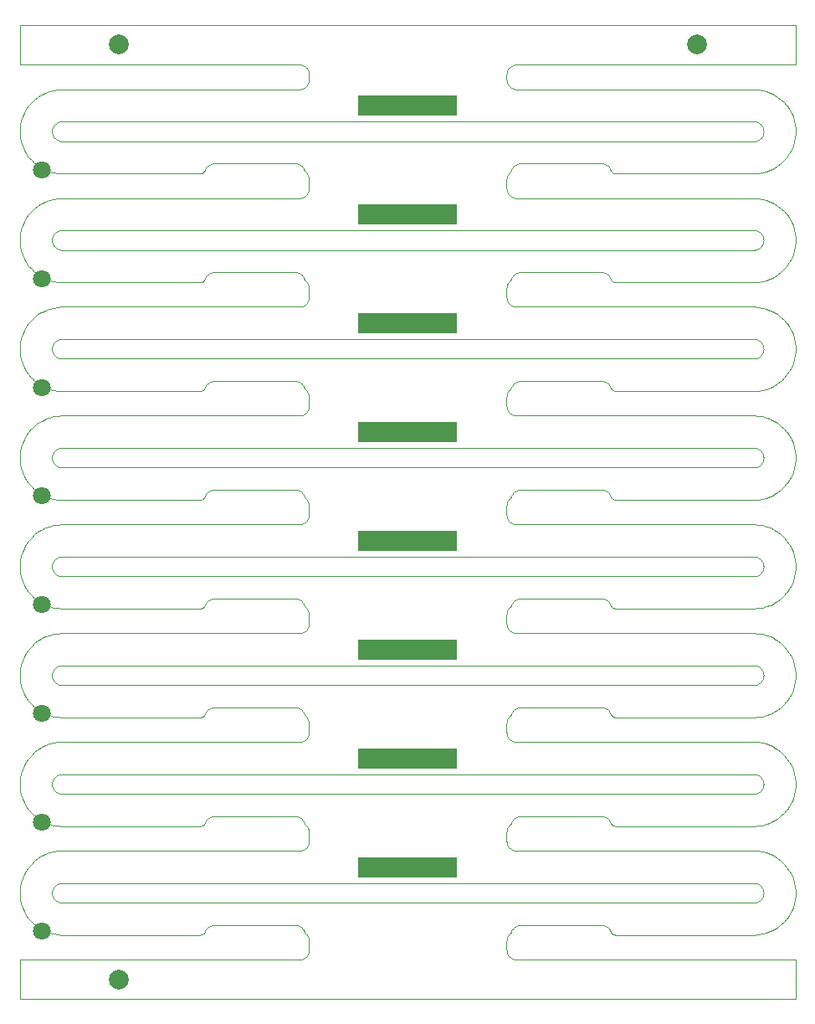
<source format=gbr>
G04 #@! TF.GenerationSoftware,KiCad,Pcbnew,5.1.5+dfsg1-2build2*
G04 #@! TF.CreationDate,2021-10-10T04:01:25+00:00*
G04 #@! TF.ProjectId,bobbin_bottom_3.5,626f6262-696e-45f6-926f-74746f6d5f33,rev?*
G04 #@! TF.SameCoordinates,Original*
G04 #@! TF.FileFunction,Soldermask,Bot*
G04 #@! TF.FilePolarity,Negative*
%FSLAX46Y46*%
G04 Gerber Fmt 4.6, Leading zero omitted, Abs format (unit mm)*
G04 Created by KiCad (PCBNEW 5.1.5+dfsg1-2build2) date 2021-10-10 04:01:25*
%MOMM*%
%LPD*%
G04 APERTURE LIST*
G04 #@! TA.AperFunction,Profile*
%ADD10C,0.100000*%
G04 #@! TD*
%ADD11C,2.000000*%
%ADD12R,10.000000X2.000000*%
%ADD13C,1.800000*%
G04 APERTURE END LIST*
D10*
X124499900Y-77215900D02*
X124401100Y-77236200D01*
X124596400Y-77185700D02*
X124499900Y-77215900D01*
X124689300Y-77145900D02*
X124596400Y-77185700D01*
X124777600Y-77096800D02*
X124689300Y-77145900D01*
X124860800Y-77038900D02*
X124777600Y-77096800D01*
X124937500Y-76973100D02*
X124860800Y-77038900D01*
X125007100Y-76899800D02*
X124937500Y-76973100D01*
X125069000Y-76819900D02*
X125007100Y-76899800D01*
X125122400Y-76734100D02*
X125069000Y-76819900D01*
X125166900Y-76643400D02*
X125122400Y-76734100D01*
X125202000Y-76548600D02*
X125166900Y-76643400D01*
X125227300Y-76450700D02*
X125202000Y-76548600D01*
X125242600Y-76350800D02*
X125227300Y-76450700D01*
X125247700Y-76249900D02*
X125242600Y-76350800D01*
X125242600Y-76149200D02*
X125247700Y-76249900D01*
X125227300Y-76049300D02*
X125242600Y-76149200D01*
X125202000Y-75951500D02*
X125227300Y-76049300D01*
X125166900Y-75856700D02*
X125202000Y-75951500D01*
X125122400Y-75766000D02*
X125166900Y-75856700D01*
X125069000Y-75680200D02*
X125122400Y-75766000D01*
X125007100Y-75600300D02*
X125069000Y-75680200D01*
X124937300Y-75526800D02*
X125007100Y-75600300D01*
X124860600Y-75461000D02*
X124937300Y-75526800D01*
X124777600Y-75403300D02*
X124860600Y-75461000D01*
X124689300Y-75354200D02*
X124777600Y-75403300D01*
X124596600Y-75314500D02*
X124689300Y-75354200D01*
X124500200Y-75284200D02*
X124596600Y-75314500D01*
X124401200Y-75263800D02*
X124500200Y-75284200D01*
X124300700Y-75253600D02*
X124401200Y-75263800D01*
X124224800Y-75251000D02*
X124300700Y-75253600D01*
X54275400Y-75251000D02*
X124224800Y-75251000D01*
X54199100Y-75253600D02*
X54275400Y-75251000D01*
X54098800Y-75263800D02*
X54199100Y-75253600D01*
X53999800Y-75284200D02*
X54098800Y-75263800D01*
X53903400Y-75314500D02*
X53999800Y-75284200D01*
X53810500Y-75354300D02*
X53903400Y-75314500D01*
X53722100Y-75403400D02*
X53810500Y-75354300D01*
X53639200Y-75461200D02*
X53722100Y-75403400D01*
X53562500Y-75527000D02*
X53639200Y-75461200D01*
X53492900Y-75600300D02*
X53562500Y-75527000D01*
X53431000Y-75680200D02*
X53492900Y-75600300D01*
X53377600Y-75766000D02*
X53431000Y-75680200D01*
X53333100Y-75856700D02*
X53377600Y-75766000D01*
X53298100Y-75951200D02*
X53333100Y-75856700D01*
X53272700Y-76049100D02*
X53298100Y-75951200D01*
X53257400Y-76149000D02*
X53272700Y-76049100D01*
X53252300Y-76249900D02*
X53257400Y-76149000D01*
X53257400Y-76350800D02*
X53252300Y-76249900D01*
X53272700Y-76450700D02*
X53257400Y-76350800D01*
X53298000Y-76548600D02*
X53272700Y-76450700D01*
X53333100Y-76643400D02*
X53298000Y-76548600D01*
X53377600Y-76734100D02*
X53333100Y-76643400D01*
X53431000Y-76819900D02*
X53377600Y-76734100D01*
X53492900Y-76899800D02*
X53431000Y-76819900D01*
X53562500Y-76973100D02*
X53492900Y-76899800D01*
X53639200Y-77038900D02*
X53562500Y-76973100D01*
X53722100Y-77096700D02*
X53639200Y-77038900D01*
X53810500Y-77145700D02*
X53722100Y-77096700D01*
X53903400Y-77185600D02*
X53810500Y-77145700D01*
X53999800Y-77215900D02*
X53903400Y-77185600D01*
X54098800Y-77236200D02*
X53999800Y-77215900D01*
X54199300Y-77246500D02*
X54098800Y-77236200D01*
X54275200Y-77249000D02*
X54199300Y-77246500D01*
X124224900Y-77249000D02*
X54275200Y-77249000D01*
X124300500Y-77246500D02*
X124224900Y-77249000D01*
X124401100Y-77236200D02*
X124300500Y-77246500D01*
X124499900Y-132216000D02*
X124401100Y-132236300D01*
X124596400Y-132185800D02*
X124499900Y-132216000D01*
X124689300Y-132145900D02*
X124596400Y-132185800D01*
X124777600Y-132096900D02*
X124689300Y-132145900D01*
X124860800Y-132039000D02*
X124777600Y-132096900D01*
X124937500Y-131973200D02*
X124860800Y-132039000D01*
X125007100Y-131899900D02*
X124937500Y-131973200D01*
X125069000Y-131820000D02*
X125007100Y-131899900D01*
X125122400Y-131734200D02*
X125069000Y-131820000D01*
X125166900Y-131643500D02*
X125122400Y-131734200D01*
X125202000Y-131548700D02*
X125166900Y-131643500D01*
X125227300Y-131450800D02*
X125202000Y-131548700D01*
X125242600Y-131350900D02*
X125227300Y-131450800D01*
X125247700Y-131250000D02*
X125242600Y-131350900D01*
X125242600Y-131149300D02*
X125247700Y-131250000D01*
X125227300Y-131049400D02*
X125242600Y-131149300D01*
X125202000Y-130951600D02*
X125227300Y-131049400D01*
X125166900Y-130856800D02*
X125202000Y-130951600D01*
X125122400Y-130766100D02*
X125166900Y-130856800D01*
X125069000Y-130680300D02*
X125122400Y-130766100D01*
X125007100Y-130600300D02*
X125069000Y-130680300D01*
X124937300Y-130526900D02*
X125007100Y-130600300D01*
X124860600Y-130461100D02*
X124937300Y-130526900D01*
X124777600Y-130403300D02*
X124860600Y-130461100D01*
X124689300Y-130354300D02*
X124777600Y-130403300D01*
X124596600Y-130314600D02*
X124689300Y-130354300D01*
X124500200Y-130284300D02*
X124596600Y-130314600D01*
X124401200Y-130263900D02*
X124500200Y-130284300D01*
X124300700Y-130253700D02*
X124401200Y-130263900D01*
X124224800Y-130251100D02*
X124300700Y-130253700D01*
X54275400Y-130251100D02*
X124224800Y-130251100D01*
X54199200Y-130253700D02*
X54275400Y-130251100D01*
X54098800Y-130263900D02*
X54199200Y-130253700D01*
X53999800Y-130284300D02*
X54098800Y-130263900D01*
X53903400Y-130314600D02*
X53999800Y-130284300D01*
X53810500Y-130354400D02*
X53903400Y-130314600D01*
X53722100Y-130403500D02*
X53810500Y-130354400D01*
X53639200Y-130461200D02*
X53722100Y-130403500D01*
X53562500Y-130527100D02*
X53639200Y-130461200D01*
X53492900Y-130600300D02*
X53562500Y-130527100D01*
X53431000Y-130680300D02*
X53492900Y-130600300D01*
X53377600Y-130766100D02*
X53431000Y-130680300D01*
X53333100Y-130856800D02*
X53377600Y-130766100D01*
X53298100Y-130951300D02*
X53333100Y-130856800D01*
X53272700Y-131049200D02*
X53298100Y-130951300D01*
X53257400Y-131149100D02*
X53272700Y-131049200D01*
X53252300Y-131250000D02*
X53257400Y-131149100D01*
X53257400Y-131350900D02*
X53252300Y-131250000D01*
X53272700Y-131450800D02*
X53257400Y-131350900D01*
X53298000Y-131548700D02*
X53272700Y-131450800D01*
X53333100Y-131643500D02*
X53298000Y-131548700D01*
X53377600Y-131734200D02*
X53333100Y-131643500D01*
X53431000Y-131820000D02*
X53377600Y-131734200D01*
X53492900Y-131899900D02*
X53431000Y-131820000D01*
X53562500Y-131973200D02*
X53492900Y-131899900D01*
X53639200Y-132039000D02*
X53562500Y-131973200D01*
X53722100Y-132096800D02*
X53639200Y-132039000D01*
X53810500Y-132145800D02*
X53722100Y-132096800D01*
X53903400Y-132185700D02*
X53810500Y-132145800D01*
X53999800Y-132216000D02*
X53903400Y-132185700D01*
X54098800Y-132236300D02*
X53999800Y-132216000D01*
X54199300Y-132246600D02*
X54098800Y-132236300D01*
X54275200Y-132249100D02*
X54199300Y-132246600D01*
X124224900Y-132249100D02*
X54275200Y-132249100D01*
X124300500Y-132246500D02*
X124224900Y-132249100D01*
X124401100Y-132236300D02*
X124300500Y-132246500D01*
X124499900Y-66215900D02*
X124401000Y-66236200D01*
X124596400Y-66185700D02*
X124499900Y-66215900D01*
X124689300Y-66145800D02*
X124596400Y-66185700D01*
X124777600Y-66096800D02*
X124689300Y-66145800D01*
X124860600Y-66039100D02*
X124777600Y-66096800D01*
X124937300Y-65973300D02*
X124860600Y-66039100D01*
X125007100Y-65899800D02*
X124937300Y-65973300D01*
X125069000Y-65819900D02*
X125007100Y-65899800D01*
X125122300Y-65734300D02*
X125069000Y-65819900D01*
X125166800Y-65643600D02*
X125122300Y-65734300D01*
X125201900Y-65548800D02*
X125166800Y-65643600D01*
X125227300Y-65451000D02*
X125201900Y-65548800D01*
X125242600Y-65351100D02*
X125227300Y-65451000D01*
X125247700Y-65250200D02*
X125242600Y-65351100D01*
X125242600Y-65149200D02*
X125247700Y-65250200D01*
X125227300Y-65049300D02*
X125242600Y-65149200D01*
X125202000Y-64951500D02*
X125227300Y-65049300D01*
X125166900Y-64856700D02*
X125202000Y-64951500D01*
X125122400Y-64765900D02*
X125166900Y-64856700D01*
X125069000Y-64680200D02*
X125122400Y-64765900D01*
X125007100Y-64600200D02*
X125069000Y-64680200D01*
X124937300Y-64526800D02*
X125007100Y-64600200D01*
X124860600Y-64461000D02*
X124937300Y-64526800D01*
X124777900Y-64403400D02*
X124860600Y-64461000D01*
X124689500Y-64354300D02*
X124777900Y-64403400D01*
X124596600Y-64314500D02*
X124689500Y-64354300D01*
X124500200Y-64284200D02*
X124596600Y-64314500D01*
X124401200Y-64263800D02*
X124500200Y-64284200D01*
X124300700Y-64253600D02*
X124401200Y-64263800D01*
X124224800Y-64251000D02*
X124300700Y-64253600D01*
X54275300Y-64251000D02*
X124224800Y-64251000D01*
X54199200Y-64253600D02*
X54275300Y-64251000D01*
X54098800Y-64263800D02*
X54199200Y-64253600D01*
X53999800Y-64284200D02*
X54098800Y-64263800D01*
X53903400Y-64314500D02*
X53999800Y-64284200D01*
X53810500Y-64354300D02*
X53903400Y-64314500D01*
X53722100Y-64403400D02*
X53810500Y-64354300D01*
X53639200Y-64461100D02*
X53722100Y-64403400D01*
X53562500Y-64527000D02*
X53639200Y-64461100D01*
X53492900Y-64600200D02*
X53562500Y-64527000D01*
X53431000Y-64680200D02*
X53492900Y-64600200D01*
X53377600Y-64765900D02*
X53431000Y-64680200D01*
X53333100Y-64856700D02*
X53377600Y-64765900D01*
X53298000Y-64951500D02*
X53333100Y-64856700D01*
X53272700Y-65049000D02*
X53298000Y-64951500D01*
X53257400Y-65148900D02*
X53272700Y-65049000D01*
X53252300Y-65249900D02*
X53257400Y-65148900D01*
X53257400Y-65350800D02*
X53252300Y-65249900D01*
X53272700Y-65450700D02*
X53257400Y-65350800D01*
X53298000Y-65548600D02*
X53272700Y-65450700D01*
X53333100Y-65643300D02*
X53298000Y-65548600D01*
X53377600Y-65734100D02*
X53333100Y-65643300D01*
X53431000Y-65819900D02*
X53377600Y-65734100D01*
X53492900Y-65899800D02*
X53431000Y-65819900D01*
X53562500Y-65973100D02*
X53492900Y-65899800D01*
X53639200Y-66038900D02*
X53562500Y-65973100D01*
X53722100Y-66096700D02*
X53639200Y-66038900D01*
X53810500Y-66145700D02*
X53722100Y-66096700D01*
X53903400Y-66185600D02*
X53810500Y-66145700D01*
X53999800Y-66215900D02*
X53903400Y-66185600D01*
X54098800Y-66236200D02*
X53999800Y-66215900D01*
X54199300Y-66246400D02*
X54098800Y-66236200D01*
X54275200Y-66249000D02*
X54199300Y-66246400D01*
X124224900Y-66249000D02*
X54275200Y-66249000D01*
X124300600Y-66246400D02*
X124224900Y-66249000D01*
X124401000Y-66236200D02*
X124300600Y-66246400D01*
X124499900Y-121216000D02*
X124401000Y-121236300D01*
X124596400Y-121185800D02*
X124499900Y-121216000D01*
X124689300Y-121145900D02*
X124596400Y-121185800D01*
X124777600Y-121096900D02*
X124689300Y-121145900D01*
X124860800Y-121039000D02*
X124777600Y-121096900D01*
X124937500Y-120973200D02*
X124860800Y-121039000D01*
X125007100Y-120899900D02*
X124937500Y-120973200D01*
X125069000Y-120820000D02*
X125007100Y-120899900D01*
X125122400Y-120734200D02*
X125069000Y-120820000D01*
X125166900Y-120643400D02*
X125122400Y-120734200D01*
X125202000Y-120548700D02*
X125166900Y-120643400D01*
X125227300Y-120450800D02*
X125202000Y-120548700D01*
X125242600Y-120350900D02*
X125227300Y-120450800D01*
X125247700Y-120250000D02*
X125242600Y-120350900D01*
X125242600Y-120149300D02*
X125247700Y-120250000D01*
X125227300Y-120049400D02*
X125242600Y-120149300D01*
X125202000Y-119951600D02*
X125227300Y-120049400D01*
X125166900Y-119856800D02*
X125202000Y-119951600D01*
X125122400Y-119766000D02*
X125166900Y-119856800D01*
X125069000Y-119680300D02*
X125122400Y-119766000D01*
X125007100Y-119600300D02*
X125069000Y-119680300D01*
X124937300Y-119526900D02*
X125007100Y-119600300D01*
X124860600Y-119461100D02*
X124937300Y-119526900D01*
X124777600Y-119403300D02*
X124860600Y-119461100D01*
X124689300Y-119354300D02*
X124777600Y-119403300D01*
X124596600Y-119314500D02*
X124689300Y-119354300D01*
X124500200Y-119284300D02*
X124596600Y-119314500D01*
X124401200Y-119263900D02*
X124500200Y-119284300D01*
X124300700Y-119253700D02*
X124401200Y-119263900D01*
X124224800Y-119251100D02*
X124300700Y-119253700D01*
X54275300Y-119251100D02*
X124224800Y-119251100D01*
X54199300Y-119253700D02*
X54275300Y-119251100D01*
X54098800Y-119263900D02*
X54199300Y-119253700D01*
X53999800Y-119284300D02*
X54098800Y-119263900D01*
X53903400Y-119314500D02*
X53999800Y-119284300D01*
X53810500Y-119354400D02*
X53903400Y-119314500D01*
X53722100Y-119403500D02*
X53810500Y-119354400D01*
X53639200Y-119461200D02*
X53722100Y-119403500D01*
X53562500Y-119527100D02*
X53639200Y-119461200D01*
X53492900Y-119600300D02*
X53562500Y-119527100D01*
X53431000Y-119680300D02*
X53492900Y-119600300D01*
X53377600Y-119766000D02*
X53431000Y-119680300D01*
X53333100Y-119856800D02*
X53377600Y-119766000D01*
X53298100Y-119951300D02*
X53333100Y-119856800D01*
X53272700Y-120049100D02*
X53298100Y-119951300D01*
X53257400Y-120149000D02*
X53272700Y-120049100D01*
X53252300Y-120250000D02*
X53257400Y-120149000D01*
X53257400Y-120350900D02*
X53252300Y-120250000D01*
X53272700Y-120450800D02*
X53257400Y-120350900D01*
X53298000Y-120548700D02*
X53272700Y-120450800D01*
X53333100Y-120643400D02*
X53298000Y-120548700D01*
X53377600Y-120734200D02*
X53333100Y-120643400D01*
X53431000Y-120820000D02*
X53377600Y-120734200D01*
X53492900Y-120899900D02*
X53431000Y-120820000D01*
X53562500Y-120973200D02*
X53492900Y-120899900D01*
X53639200Y-121039000D02*
X53562500Y-120973200D01*
X53722100Y-121096700D02*
X53639200Y-121039000D01*
X53810500Y-121145800D02*
X53722100Y-121096700D01*
X53903400Y-121185700D02*
X53810500Y-121145800D01*
X53999800Y-121215900D02*
X53903400Y-121185700D01*
X54098800Y-121236300D02*
X53999800Y-121215900D01*
X54199300Y-121246500D02*
X54098800Y-121236300D01*
X54275200Y-121249100D02*
X54199300Y-121246500D01*
X124224800Y-121249100D02*
X54275200Y-121249100D01*
X124300600Y-121246500D02*
X124224800Y-121249100D01*
X124401000Y-121236300D02*
X124300600Y-121246500D01*
X124499900Y-55215900D02*
X124401000Y-55236200D01*
X124596400Y-55185700D02*
X124499900Y-55215900D01*
X124689300Y-55145800D02*
X124596400Y-55185700D01*
X124777600Y-55096800D02*
X124689300Y-55145800D01*
X124860600Y-55039100D02*
X124777600Y-55096800D01*
X124937300Y-54973200D02*
X124860600Y-55039100D01*
X125007100Y-54899800D02*
X124937300Y-54973200D01*
X125069000Y-54819900D02*
X125007100Y-54899800D01*
X125122300Y-54734300D02*
X125069000Y-54819900D01*
X125166800Y-54643600D02*
X125122300Y-54734300D01*
X125201900Y-54548800D02*
X125166800Y-54643600D01*
X125227300Y-54451000D02*
X125201900Y-54548800D01*
X125242600Y-54351100D02*
X125227300Y-54451000D01*
X125247700Y-54250100D02*
X125242600Y-54351100D01*
X125242600Y-54149200D02*
X125247700Y-54250100D01*
X125227300Y-54049300D02*
X125242600Y-54149200D01*
X125202000Y-53951500D02*
X125227300Y-54049300D01*
X125166900Y-53856700D02*
X125202000Y-53951500D01*
X125122400Y-53765900D02*
X125166900Y-53856700D01*
X125069000Y-53680200D02*
X125122400Y-53765900D01*
X125007100Y-53600200D02*
X125069000Y-53680200D01*
X124937300Y-53526800D02*
X125007100Y-53600200D01*
X124860600Y-53460900D02*
X124937300Y-53526800D01*
X124777900Y-53403400D02*
X124860600Y-53460900D01*
X124689500Y-53354300D02*
X124777900Y-53403400D01*
X124596600Y-53314400D02*
X124689500Y-53354300D01*
X124500200Y-53284200D02*
X124596600Y-53314400D01*
X124401200Y-53263800D02*
X124500200Y-53284200D01*
X124300700Y-53253600D02*
X124401200Y-53263800D01*
X124224800Y-53251000D02*
X124300700Y-53253600D01*
X54275200Y-53251000D02*
X124224800Y-53251000D01*
X54199300Y-53253600D02*
X54275200Y-53251000D01*
X54098800Y-53263800D02*
X54199300Y-53253600D01*
X53999800Y-53284200D02*
X54098800Y-53263800D01*
X53903400Y-53314400D02*
X53999800Y-53284200D01*
X53810500Y-53354300D02*
X53903400Y-53314400D01*
X53722100Y-53403400D02*
X53810500Y-53354300D01*
X53639200Y-53461100D02*
X53722100Y-53403400D01*
X53562500Y-53527000D02*
X53639200Y-53461100D01*
X53492900Y-53600200D02*
X53562500Y-53527000D01*
X53431000Y-53680200D02*
X53492900Y-53600200D01*
X53377600Y-53765900D02*
X53431000Y-53680200D01*
X53333100Y-53856700D02*
X53377600Y-53765900D01*
X53298000Y-53951500D02*
X53333100Y-53856700D01*
X53272700Y-54049000D02*
X53298000Y-53951500D01*
X53257400Y-54148900D02*
X53272700Y-54049000D01*
X53252300Y-54249900D02*
X53257400Y-54148900D01*
X53257400Y-54350800D02*
X53252300Y-54249900D01*
X53272700Y-54450700D02*
X53257400Y-54350800D01*
X53298000Y-54548500D02*
X53272700Y-54450700D01*
X53333100Y-54643300D02*
X53298000Y-54548500D01*
X53377600Y-54734100D02*
X53333100Y-54643300D01*
X53431000Y-54819900D02*
X53377600Y-54734100D01*
X53492900Y-54899800D02*
X53431000Y-54819900D01*
X53562500Y-54973000D02*
X53492900Y-54899800D01*
X53639200Y-55038900D02*
X53562500Y-54973000D01*
X53722100Y-55096600D02*
X53639200Y-55038900D01*
X53810500Y-55145700D02*
X53722100Y-55096600D01*
X53903400Y-55185600D02*
X53810500Y-55145700D01*
X53999800Y-55215800D02*
X53903400Y-55185600D01*
X54098800Y-55236200D02*
X53999800Y-55215800D01*
X54199300Y-55246400D02*
X54098800Y-55236200D01*
X54275200Y-55249000D02*
X54199300Y-55246400D01*
X124224800Y-55249000D02*
X54275200Y-55249000D01*
X124300700Y-55246400D02*
X124224800Y-55249000D01*
X124401000Y-55236200D02*
X124300700Y-55246400D01*
X124500200Y-110215900D02*
X124400900Y-110236300D01*
X124596600Y-110185700D02*
X124500200Y-110215900D01*
X124689500Y-110145800D02*
X124596600Y-110185700D01*
X124777900Y-110096700D02*
X124689500Y-110145800D01*
X124860800Y-110039000D02*
X124777900Y-110096700D01*
X124937500Y-109973100D02*
X124860800Y-110039000D01*
X125007100Y-109899900D02*
X124937500Y-109973100D01*
X125069000Y-109819900D02*
X125007100Y-109899900D01*
X125122400Y-109734200D02*
X125069000Y-109819900D01*
X125166900Y-109643400D02*
X125122400Y-109734200D01*
X125202000Y-109548600D02*
X125166900Y-109643400D01*
X125227300Y-109450800D02*
X125202000Y-109548600D01*
X125242600Y-109350900D02*
X125227300Y-109450800D01*
X125247700Y-109250000D02*
X125242600Y-109350900D01*
X125242600Y-109149300D02*
X125247700Y-109250000D01*
X125227300Y-109049400D02*
X125242600Y-109149300D01*
X125202000Y-108951500D02*
X125227300Y-109049400D01*
X125166900Y-108856800D02*
X125202000Y-108951500D01*
X125122400Y-108766000D02*
X125166900Y-108856800D01*
X125069000Y-108680200D02*
X125122400Y-108766000D01*
X125007100Y-108600300D02*
X125069000Y-108680200D01*
X124937300Y-108526900D02*
X125007100Y-108600300D01*
X124860600Y-108461000D02*
X124937300Y-108526900D01*
X124777600Y-108403300D02*
X124860600Y-108461000D01*
X124689300Y-108354300D02*
X124777600Y-108403300D01*
X124596600Y-108314500D02*
X124689300Y-108354300D01*
X124500200Y-108284300D02*
X124596600Y-108314500D01*
X124401200Y-108263900D02*
X124500200Y-108284300D01*
X124300700Y-108253700D02*
X124401200Y-108263900D01*
X124224800Y-108251100D02*
X124300700Y-108253700D01*
X54275200Y-108251100D02*
X124224800Y-108251100D01*
X54199400Y-108253700D02*
X54275200Y-108251100D01*
X54098800Y-108263900D02*
X54199400Y-108253700D01*
X53999800Y-108284300D02*
X54098800Y-108263900D01*
X53903400Y-108314500D02*
X53999800Y-108284300D01*
X53810500Y-108354400D02*
X53903400Y-108314500D01*
X53722100Y-108403500D02*
X53810500Y-108354400D01*
X53639200Y-108461200D02*
X53722100Y-108403500D01*
X53562500Y-108527000D02*
X53639200Y-108461200D01*
X53492900Y-108600300D02*
X53562500Y-108527000D01*
X53431000Y-108680200D02*
X53492900Y-108600300D01*
X53377600Y-108766000D02*
X53431000Y-108680200D01*
X53333100Y-108856800D02*
X53377600Y-108766000D01*
X53298100Y-108951300D02*
X53333100Y-108856800D01*
X53272700Y-109049100D02*
X53298100Y-108951300D01*
X53257400Y-109149000D02*
X53272700Y-109049100D01*
X53252300Y-109250000D02*
X53257400Y-109149000D01*
X53257400Y-109350900D02*
X53252300Y-109250000D01*
X53272700Y-109450800D02*
X53257400Y-109350900D01*
X53298000Y-109548600D02*
X53272700Y-109450800D01*
X53333100Y-109643400D02*
X53298000Y-109548600D01*
X53377600Y-109734200D02*
X53333100Y-109643400D01*
X53431000Y-109819900D02*
X53377600Y-109734200D01*
X53492900Y-109899900D02*
X53431000Y-109819900D01*
X53562500Y-109973100D02*
X53492900Y-109899900D01*
X53639200Y-110039000D02*
X53562500Y-109973100D01*
X53722100Y-110096700D02*
X53639200Y-110039000D01*
X53810500Y-110145800D02*
X53722100Y-110096700D01*
X53903400Y-110185700D02*
X53810500Y-110145800D01*
X53999800Y-110215900D02*
X53903400Y-110185700D01*
X54098800Y-110236300D02*
X53999800Y-110215900D01*
X54199300Y-110246500D02*
X54098800Y-110236300D01*
X54275200Y-110249100D02*
X54199300Y-110246500D01*
X124224700Y-110249100D02*
X54275200Y-110249100D01*
X124300700Y-110246500D02*
X124224700Y-110249100D01*
X124400900Y-110236300D02*
X124300700Y-110246500D01*
X124500200Y-99215900D02*
X124400800Y-99236300D01*
X124596600Y-99185600D02*
X124500200Y-99215900D01*
X124689500Y-99145800D02*
X124596600Y-99185600D01*
X124777900Y-99096700D02*
X124689500Y-99145800D01*
X124860800Y-99039000D02*
X124777900Y-99096700D01*
X124937500Y-98973100D02*
X124860800Y-99039000D01*
X125007100Y-98899900D02*
X124937500Y-98973100D01*
X125069000Y-98819900D02*
X125007100Y-98899900D01*
X125122400Y-98734100D02*
X125069000Y-98819900D01*
X125166900Y-98643400D02*
X125122400Y-98734100D01*
X125202000Y-98548600D02*
X125166900Y-98643400D01*
X125227300Y-98450800D02*
X125202000Y-98548600D01*
X125242600Y-98350900D02*
X125227300Y-98450800D01*
X125247700Y-98249900D02*
X125242600Y-98350900D01*
X125242600Y-98149300D02*
X125247700Y-98249900D01*
X125227300Y-98049400D02*
X125242600Y-98149300D01*
X125202000Y-97951500D02*
X125227300Y-98049400D01*
X125166900Y-97856700D02*
X125202000Y-97951500D01*
X125122400Y-97766000D02*
X125166900Y-97856700D01*
X125069000Y-97680200D02*
X125122400Y-97766000D01*
X125007100Y-97600300D02*
X125069000Y-97680200D01*
X124937300Y-97526800D02*
X125007100Y-97600300D01*
X124860600Y-97461000D02*
X124937300Y-97526800D01*
X124777600Y-97403300D02*
X124860600Y-97461000D01*
X124689300Y-97354300D02*
X124777600Y-97403300D01*
X124596600Y-97314500D02*
X124689300Y-97354300D01*
X124500200Y-97284200D02*
X124596600Y-97314500D01*
X124401200Y-97263900D02*
X124500200Y-97284200D01*
X124300700Y-97253600D02*
X124401200Y-97263900D01*
X124224800Y-97251100D02*
X124300700Y-97253600D01*
X54275100Y-97251100D02*
X124224800Y-97251100D01*
X54199500Y-97253700D02*
X54275100Y-97251100D01*
X54098800Y-97263900D02*
X54199500Y-97253700D01*
X53999800Y-97284200D02*
X54098800Y-97263900D01*
X53903400Y-97314500D02*
X53999800Y-97284200D01*
X53810500Y-97354400D02*
X53903400Y-97314500D01*
X53722100Y-97403400D02*
X53810500Y-97354400D01*
X53639200Y-97461200D02*
X53722100Y-97403400D01*
X53562500Y-97527000D02*
X53639200Y-97461200D01*
X53492900Y-97600300D02*
X53562500Y-97527000D01*
X53431000Y-97680200D02*
X53492900Y-97600300D01*
X53377600Y-97766000D02*
X53431000Y-97680200D01*
X53333100Y-97856700D02*
X53377600Y-97766000D01*
X53298100Y-97951300D02*
X53333100Y-97856700D01*
X53272700Y-98049100D02*
X53298100Y-97951300D01*
X53257400Y-98149000D02*
X53272700Y-98049100D01*
X53252300Y-98249900D02*
X53257400Y-98149000D01*
X53257400Y-98350900D02*
X53252300Y-98249900D01*
X53272700Y-98450800D02*
X53257400Y-98350900D01*
X53298000Y-98548600D02*
X53272700Y-98450800D01*
X53333100Y-98643400D02*
X53298000Y-98548600D01*
X53377600Y-98734100D02*
X53333100Y-98643400D01*
X53431000Y-98819900D02*
X53377600Y-98734100D01*
X53492900Y-98899900D02*
X53431000Y-98819900D01*
X53562500Y-98973100D02*
X53492900Y-98899900D01*
X53639200Y-99039000D02*
X53562500Y-98973100D01*
X53722100Y-99096700D02*
X53639200Y-99039000D01*
X53810500Y-99145800D02*
X53722100Y-99096700D01*
X53903400Y-99185600D02*
X53810500Y-99145800D01*
X53999800Y-99215900D02*
X53903400Y-99185600D01*
X54098800Y-99236300D02*
X53999800Y-99215900D01*
X54199300Y-99246500D02*
X54098800Y-99236300D01*
X54275200Y-99249100D02*
X54199300Y-99246500D01*
X124224600Y-99249100D02*
X54275200Y-99249100D01*
X124300800Y-99246500D02*
X124224600Y-99249100D01*
X124400800Y-99236300D02*
X124300800Y-99246500D01*
X124500200Y-88215900D02*
X124400700Y-88236300D01*
X124596600Y-88185600D02*
X124500200Y-88215900D01*
X124689500Y-88145700D02*
X124596600Y-88185600D01*
X124777900Y-88096700D02*
X124689500Y-88145700D01*
X124860800Y-88038900D02*
X124777900Y-88096700D01*
X124937500Y-87973100D02*
X124860800Y-88038900D01*
X125007100Y-87899800D02*
X124937500Y-87973100D01*
X125069000Y-87819900D02*
X125007100Y-87899800D01*
X125122400Y-87734100D02*
X125069000Y-87819900D01*
X125166900Y-87643400D02*
X125122400Y-87734100D01*
X125202000Y-87548600D02*
X125166900Y-87643400D01*
X125227300Y-87450800D02*
X125202000Y-87548600D01*
X125242600Y-87350900D02*
X125227300Y-87450800D01*
X125247700Y-87249900D02*
X125242600Y-87350900D01*
X125242600Y-87149300D02*
X125247700Y-87249900D01*
X125227300Y-87049400D02*
X125242600Y-87149300D01*
X125202000Y-86951500D02*
X125227300Y-87049400D01*
X125166900Y-86856700D02*
X125202000Y-86951500D01*
X125122400Y-86766000D02*
X125166900Y-86856700D01*
X125069000Y-86680200D02*
X125122400Y-86766000D01*
X125007100Y-86600300D02*
X125069000Y-86680200D01*
X124937300Y-86526800D02*
X125007100Y-86600300D01*
X124860600Y-86461000D02*
X124937300Y-86526800D01*
X124777600Y-86403300D02*
X124860600Y-86461000D01*
X124689300Y-86354200D02*
X124777600Y-86403300D01*
X124596600Y-86314500D02*
X124689300Y-86354200D01*
X124500200Y-86284200D02*
X124596600Y-86314500D01*
X124401200Y-86263900D02*
X124500200Y-86284200D01*
X124300700Y-86253600D02*
X124401200Y-86263900D01*
X124224800Y-86251100D02*
X124300700Y-86253600D01*
X54275000Y-86251100D02*
X124224800Y-86251100D01*
X54199600Y-86253600D02*
X54275000Y-86251100D01*
X54098800Y-86263900D02*
X54199600Y-86253600D01*
X53999800Y-86284200D02*
X54098800Y-86263900D01*
X53903400Y-86314500D02*
X53999800Y-86284200D01*
X53810500Y-86354400D02*
X53903400Y-86314500D01*
X53722100Y-86403400D02*
X53810500Y-86354400D01*
X53639200Y-86461200D02*
X53722100Y-86403400D01*
X53562500Y-86527000D02*
X53639200Y-86461200D01*
X53492900Y-86600300D02*
X53562500Y-86527000D01*
X53431000Y-86680200D02*
X53492900Y-86600300D01*
X53377600Y-86766000D02*
X53431000Y-86680200D01*
X53333100Y-86856700D02*
X53377600Y-86766000D01*
X53298100Y-86951200D02*
X53333100Y-86856700D01*
X53272700Y-87049100D02*
X53298100Y-86951200D01*
X53257400Y-87149000D02*
X53272700Y-87049100D01*
X53252300Y-87249900D02*
X53257400Y-87149000D01*
X53257400Y-87350900D02*
X53252300Y-87249900D01*
X53272700Y-87450800D02*
X53257400Y-87350900D01*
X53298000Y-87548600D02*
X53272700Y-87450800D01*
X53333100Y-87643400D02*
X53298000Y-87548600D01*
X53377600Y-87734100D02*
X53333100Y-87643400D01*
X53431000Y-87819900D02*
X53377600Y-87734100D01*
X53492900Y-87899800D02*
X53431000Y-87819900D01*
X53562500Y-87973100D02*
X53492900Y-87899800D01*
X53639200Y-88038900D02*
X53562500Y-87973100D01*
X53722100Y-88096700D02*
X53639200Y-88038900D01*
X53810500Y-88145700D02*
X53722100Y-88096700D01*
X53903400Y-88185600D02*
X53810500Y-88145700D01*
X53999800Y-88215900D02*
X53903400Y-88185600D01*
X54098800Y-88236200D02*
X53999800Y-88215900D01*
X54199300Y-88246500D02*
X54098800Y-88236200D01*
X54275200Y-88249100D02*
X54199300Y-88246500D01*
X124224500Y-88249100D02*
X54275200Y-88249100D01*
X124300900Y-88246500D02*
X124224500Y-88249100D01*
X124400700Y-88236300D02*
X124300900Y-88246500D01*
X128471000Y-43499000D02*
X50014600Y-43499700D01*
X128487300Y-43500000D02*
X128471000Y-43499000D01*
X128492900Y-43503700D02*
X128487300Y-43500000D01*
X128494800Y-43508200D02*
X128492900Y-43503700D01*
X128495500Y-43523500D02*
X128494800Y-43508200D01*
X128495500Y-47475500D02*
X128495500Y-43523500D01*
X128494300Y-47492700D02*
X128495500Y-47475500D01*
X128490800Y-47497400D02*
X128494300Y-47492700D01*
X128486300Y-47499200D02*
X128490800Y-47497400D01*
X100241200Y-47500000D02*
X128486300Y-47499200D01*
X100144000Y-47504800D02*
X100241200Y-47500000D01*
X100047900Y-47519000D02*
X100144000Y-47504800D01*
X99953600Y-47542600D02*
X100047900Y-47519000D01*
X99862200Y-47575400D02*
X99953600Y-47542600D01*
X99774300Y-47616900D02*
X99862200Y-47575400D01*
X99691000Y-47666900D02*
X99774300Y-47616900D01*
X99613000Y-47724700D02*
X99691000Y-47666900D01*
X99541000Y-47790000D02*
X99613000Y-47724700D01*
X99475700Y-47862000D02*
X99541000Y-47790000D01*
X99417900Y-47940000D02*
X99475700Y-47862000D01*
X99367900Y-48023300D02*
X99417900Y-47940000D01*
X99326400Y-48111100D02*
X99367900Y-48023300D01*
X99293600Y-48202600D02*
X99326400Y-48111100D01*
X99270000Y-48296900D02*
X99293600Y-48202600D01*
X99255800Y-48393000D02*
X99270000Y-48296900D01*
X99251000Y-48490200D02*
X99255800Y-48393000D01*
X99251000Y-49008800D02*
X99251000Y-48490200D01*
X99255800Y-49106000D02*
X99251000Y-49008800D01*
X99270000Y-49202100D02*
X99255800Y-49106000D01*
X99293600Y-49296400D02*
X99270000Y-49202100D01*
X99326400Y-49387900D02*
X99293600Y-49296400D01*
X99367900Y-49475700D02*
X99326400Y-49387900D01*
X99417900Y-49559000D02*
X99367900Y-49475700D01*
X99475700Y-49637000D02*
X99417900Y-49559000D01*
X99541000Y-49709000D02*
X99475700Y-49637000D01*
X99613000Y-49774300D02*
X99541000Y-49709000D01*
X99691000Y-49832100D02*
X99613000Y-49774300D01*
X99774300Y-49882100D02*
X99691000Y-49832100D01*
X99862200Y-49923600D02*
X99774300Y-49882100D01*
X99953600Y-49956400D02*
X99862200Y-49923600D01*
X100047900Y-49980000D02*
X99953600Y-49956400D01*
X100144000Y-49994200D02*
X100047900Y-49980000D01*
X100241200Y-49999000D02*
X100144000Y-49994200D01*
X124243700Y-49999000D02*
X100241200Y-49999000D01*
X124679800Y-50021100D02*
X124243700Y-49999000D01*
X125105400Y-50086300D02*
X124679800Y-50021100D01*
X125522300Y-50194200D02*
X125105400Y-50086300D01*
X125914500Y-50339100D02*
X125522300Y-50194200D01*
X125937800Y-50349100D02*
X125914500Y-50339100D01*
X126301600Y-50527500D02*
X125937800Y-50349100D01*
X126323800Y-50539900D02*
X126301600Y-50527500D01*
X126678500Y-50761400D02*
X126323800Y-50539900D01*
X127018600Y-51024600D02*
X126678500Y-50761400D01*
X127330700Y-51321300D02*
X127018600Y-51024600D01*
X127603300Y-51638300D02*
X127330700Y-51321300D01*
X127618900Y-51658400D02*
X127603300Y-51638300D01*
X127850300Y-51990900D02*
X127618900Y-51658400D01*
X127863800Y-52012500D02*
X127850300Y-51990900D01*
X128066400Y-52378300D02*
X127863800Y-52012500D01*
X128236000Y-52773500D02*
X128066400Y-52378300D01*
X128364900Y-53184300D02*
X128236000Y-52773500D01*
X128449400Y-53593800D02*
X128364900Y-53184300D01*
X128453300Y-53618900D02*
X128449400Y-53593800D01*
X128494300Y-54022000D02*
X128453300Y-53618900D01*
X128495500Y-54047400D02*
X128494300Y-54022000D01*
X128495200Y-54465600D02*
X128495500Y-54047400D01*
X128451700Y-54893400D02*
X128495200Y-54465600D01*
X128365000Y-55315200D02*
X128451700Y-54893400D01*
X128240200Y-55714200D02*
X128365000Y-55315200D01*
X128231400Y-55738100D02*
X128240200Y-55714200D01*
X128071600Y-56110400D02*
X128231400Y-55738100D01*
X128060400Y-56133200D02*
X128071600Y-56110400D01*
X127857200Y-56498700D02*
X128060400Y-56133200D01*
X127611200Y-56852100D02*
X127857200Y-56498700D01*
X127331000Y-57178400D02*
X127611200Y-56852100D01*
X127018900Y-57475100D02*
X127331000Y-57178400D01*
X126678500Y-57738700D02*
X127018900Y-57475100D01*
X126323800Y-57960100D02*
X126678500Y-57738700D01*
X126301600Y-57972500D02*
X126323800Y-57960100D01*
X125937900Y-58150900D02*
X126301600Y-57972500D01*
X125914500Y-58160900D02*
X125937900Y-58150900D01*
X125522200Y-58305800D02*
X125914500Y-58160900D01*
X125118100Y-58410800D02*
X125522200Y-58305800D01*
X125093100Y-58415900D02*
X125118100Y-58410800D01*
X124679800Y-58478900D02*
X125093100Y-58415900D01*
X124243700Y-58501000D02*
X124679800Y-58478900D01*
X110249800Y-58500900D02*
X124243700Y-58501000D01*
X110197400Y-58497900D02*
X110249800Y-58500900D01*
X110146100Y-58489800D02*
X110197400Y-58497900D01*
X110095500Y-58476200D02*
X110146100Y-58489800D01*
X110058300Y-58462300D02*
X110095500Y-58476200D01*
X109999900Y-58433700D02*
X110058300Y-58462300D01*
X109966600Y-58412500D02*
X109999900Y-58433700D01*
X109945300Y-58397000D02*
X109966600Y-58412500D01*
X109905500Y-58363000D02*
X109945300Y-58397000D01*
X109878100Y-58335200D02*
X109905500Y-58363000D01*
X109853000Y-58304700D02*
X109878100Y-58335200D01*
X109816300Y-58250100D02*
X109853000Y-58304700D01*
X109792500Y-58203400D02*
X109816300Y-58250100D01*
X109740500Y-58073800D02*
X109792500Y-58203400D01*
X109697000Y-57990800D02*
X109740500Y-58073800D01*
X109645900Y-57912300D02*
X109697000Y-57990800D01*
X109587700Y-57839000D02*
X109645900Y-57912300D01*
X109522700Y-57771500D02*
X109587700Y-57839000D01*
X109451700Y-57710500D02*
X109522700Y-57771500D01*
X109375200Y-57656400D02*
X109451700Y-57710500D01*
X109293900Y-57609800D02*
X109375200Y-57656400D01*
X109208600Y-57571100D02*
X109293900Y-57609800D01*
X109120000Y-57540700D02*
X109208600Y-57571100D01*
X109029000Y-57518700D02*
X109120000Y-57540700D01*
X108936300Y-57505400D02*
X109029000Y-57518700D01*
X108842500Y-57501000D02*
X108936300Y-57505400D01*
X100657500Y-57501000D02*
X108842500Y-57501000D01*
X100563700Y-57505400D02*
X100657500Y-57501000D01*
X100471000Y-57518700D02*
X100563700Y-57505400D01*
X100380000Y-57540700D02*
X100471000Y-57518700D01*
X100291400Y-57571100D02*
X100380000Y-57540700D01*
X100206100Y-57609800D02*
X100291400Y-57571100D01*
X100124800Y-57656400D02*
X100206100Y-57609800D01*
X100048300Y-57710500D02*
X100124800Y-57656400D01*
X99977300Y-57771500D02*
X100048300Y-57710500D01*
X99912300Y-57839000D02*
X99977300Y-57771500D01*
X99854100Y-57912300D02*
X99912300Y-57839000D01*
X99803000Y-57990800D02*
X99854100Y-57912300D01*
X99759500Y-58073800D02*
X99803000Y-57990800D01*
X99701800Y-58215300D02*
X99759500Y-58073800D01*
X99683400Y-58250600D02*
X99701800Y-58215300D01*
X99655200Y-58294100D02*
X99683400Y-58250600D01*
X99621900Y-58335200D02*
X99655200Y-58294100D01*
X99565200Y-58390300D02*
X99621900Y-58335200D01*
X99494600Y-58463400D02*
X99565200Y-58390300D01*
X99432000Y-58543100D02*
X99494600Y-58463400D01*
X99378000Y-58628700D02*
X99432000Y-58543100D01*
X99332900Y-58719500D02*
X99378000Y-58628700D01*
X99297400Y-58814400D02*
X99332900Y-58719500D01*
X99271700Y-58912400D02*
X99297400Y-58814400D01*
X99256200Y-59012500D02*
X99271700Y-58912400D01*
X99251000Y-59114000D02*
X99256200Y-59012500D01*
X99251000Y-60008800D02*
X99251000Y-59114000D01*
X99255800Y-60106000D02*
X99251000Y-60008800D01*
X99270000Y-60202100D02*
X99255800Y-60106000D01*
X99293600Y-60296400D02*
X99270000Y-60202100D01*
X99326400Y-60387900D02*
X99293600Y-60296400D01*
X99367900Y-60475700D02*
X99326400Y-60387900D01*
X99417900Y-60559000D02*
X99367900Y-60475700D01*
X99475700Y-60637100D02*
X99417900Y-60559000D01*
X99541000Y-60709000D02*
X99475700Y-60637100D01*
X99613000Y-60774300D02*
X99541000Y-60709000D01*
X99691000Y-60832200D02*
X99613000Y-60774300D01*
X99774300Y-60882100D02*
X99691000Y-60832200D01*
X99862200Y-60923600D02*
X99774300Y-60882100D01*
X99953600Y-60956400D02*
X99862200Y-60923600D01*
X100047900Y-60980000D02*
X99953600Y-60956400D01*
X100144000Y-60994200D02*
X100047900Y-60980000D01*
X100241200Y-60999000D02*
X100144000Y-60994200D01*
X124243700Y-60999000D02*
X100241200Y-60999000D01*
X124679800Y-61021100D02*
X124243700Y-60999000D01*
X125105900Y-61086400D02*
X124679800Y-61021100D01*
X125522300Y-61194200D02*
X125105900Y-61086400D01*
X125914500Y-61339100D02*
X125522300Y-61194200D01*
X125937800Y-61349100D02*
X125914500Y-61339100D01*
X126301600Y-61527600D02*
X125937800Y-61349100D01*
X126323800Y-61539900D02*
X126301600Y-61527600D01*
X126678500Y-61761400D02*
X126323800Y-61539900D01*
X127018600Y-62024600D02*
X126678500Y-61761400D01*
X127330700Y-62321300D02*
X127018600Y-62024600D01*
X127603300Y-62638300D02*
X127330700Y-62321300D01*
X127618900Y-62658400D02*
X127603300Y-62638300D01*
X127850300Y-62990900D02*
X127618900Y-62658400D01*
X127863800Y-63012500D02*
X127850300Y-62990900D01*
X128066400Y-63378300D02*
X127863800Y-63012500D01*
X128236000Y-63773500D02*
X128066400Y-63378300D01*
X128364900Y-64184400D02*
X128236000Y-63773500D01*
X128449400Y-64593800D02*
X128364900Y-64184400D01*
X128453300Y-64619000D02*
X128449400Y-64593800D01*
X128494300Y-65022000D02*
X128453300Y-64619000D01*
X128495500Y-65047400D02*
X128494300Y-65022000D01*
X128495200Y-65465600D02*
X128495500Y-65047400D01*
X128451700Y-65893500D02*
X128495200Y-65465600D01*
X128365000Y-66315200D02*
X128451700Y-65893500D01*
X128240200Y-66714300D02*
X128365000Y-66315200D01*
X128231400Y-66738100D02*
X128240200Y-66714300D01*
X128071600Y-67110400D02*
X128231400Y-66738100D01*
X128060400Y-67133300D02*
X128071600Y-67110400D01*
X127857200Y-67498700D02*
X128060400Y-67133300D01*
X127611200Y-67852100D02*
X127857200Y-67498700D01*
X127331000Y-68178400D02*
X127611200Y-67852100D01*
X127018900Y-68475100D02*
X127331000Y-68178400D01*
X126678500Y-68738700D02*
X127018900Y-68475100D01*
X126323800Y-68960100D02*
X126678500Y-68738700D01*
X126301600Y-68972500D02*
X126323800Y-68960100D01*
X125937900Y-69150900D02*
X126301600Y-68972500D01*
X125914500Y-69160900D02*
X125937900Y-69150900D01*
X125522200Y-69305800D02*
X125914500Y-69160900D01*
X125118100Y-69410800D02*
X125522200Y-69305800D01*
X125093100Y-69415900D02*
X125118100Y-69410800D01*
X124679800Y-69478900D02*
X125093100Y-69415900D01*
X124243700Y-69501000D02*
X124679800Y-69478900D01*
X110249800Y-69500900D02*
X124243700Y-69501000D01*
X110197400Y-69497900D02*
X110249800Y-69500900D01*
X110146100Y-69489800D02*
X110197400Y-69497900D01*
X110095500Y-69476200D02*
X110146100Y-69489800D01*
X110058300Y-69462300D02*
X110095500Y-69476200D01*
X109999900Y-69433700D02*
X110058300Y-69462300D01*
X109966600Y-69412500D02*
X109999900Y-69433700D01*
X109945300Y-69397100D02*
X109966600Y-69412500D01*
X109905500Y-69363000D02*
X109945300Y-69397100D01*
X109878100Y-69335200D02*
X109905500Y-69363000D01*
X109853000Y-69304700D02*
X109878100Y-69335200D01*
X109816300Y-69250100D02*
X109853000Y-69304700D01*
X109792500Y-69203400D02*
X109816300Y-69250100D01*
X109740500Y-69073800D02*
X109792500Y-69203400D01*
X109697000Y-68990800D02*
X109740500Y-69073800D01*
X109645900Y-68912300D02*
X109697000Y-68990800D01*
X109587700Y-68839000D02*
X109645900Y-68912300D01*
X109522700Y-68771500D02*
X109587700Y-68839000D01*
X109451700Y-68710500D02*
X109522700Y-68771500D01*
X109375200Y-68656400D02*
X109451700Y-68710500D01*
X109293900Y-68609800D02*
X109375200Y-68656400D01*
X109208600Y-68571100D02*
X109293900Y-68609800D01*
X109120000Y-68540700D02*
X109208600Y-68571100D01*
X109029000Y-68518700D02*
X109120000Y-68540700D01*
X108936200Y-68505400D02*
X109029000Y-68518700D01*
X108842400Y-68501000D02*
X108936200Y-68505400D01*
X100657500Y-68501000D02*
X108842400Y-68501000D01*
X100563700Y-68505500D02*
X100657500Y-68501000D01*
X100471000Y-68518700D02*
X100563700Y-68505500D01*
X100380000Y-68540700D02*
X100471000Y-68518700D01*
X100291400Y-68571100D02*
X100380000Y-68540700D01*
X100206100Y-68609800D02*
X100291400Y-68571100D01*
X100124800Y-68656400D02*
X100206100Y-68609800D01*
X100048300Y-68710500D02*
X100124800Y-68656400D01*
X99977300Y-68771500D02*
X100048300Y-68710500D01*
X99912300Y-68839000D02*
X99977300Y-68771500D01*
X99854100Y-68912300D02*
X99912300Y-68839000D01*
X99803000Y-68990900D02*
X99854100Y-68912300D01*
X99759500Y-69073800D02*
X99803000Y-68990900D01*
X99701800Y-69215300D02*
X99759500Y-69073800D01*
X99683700Y-69250100D02*
X99701800Y-69215300D01*
X99662300Y-69283700D02*
X99683700Y-69250100D01*
X99621900Y-69335200D02*
X99662300Y-69283700D01*
X99565200Y-69390300D02*
X99621900Y-69335200D01*
X99494600Y-69463400D02*
X99565200Y-69390300D01*
X99432000Y-69543100D02*
X99494600Y-69463400D01*
X99378000Y-69628800D02*
X99432000Y-69543100D01*
X99332900Y-69719500D02*
X99378000Y-69628800D01*
X99297400Y-69814400D02*
X99332900Y-69719500D01*
X99271700Y-69912400D02*
X99297400Y-69814400D01*
X99256200Y-70012600D02*
X99271700Y-69912400D01*
X99251000Y-70114000D02*
X99256200Y-70012600D01*
X99251000Y-71008800D02*
X99251000Y-70114000D01*
X99255800Y-71106100D02*
X99251000Y-71008800D01*
X99270000Y-71202200D02*
X99255800Y-71106100D01*
X99293600Y-71296400D02*
X99270000Y-71202200D01*
X99326400Y-71387900D02*
X99293600Y-71296400D01*
X99367900Y-71475700D02*
X99326400Y-71387900D01*
X99417900Y-71559000D02*
X99367900Y-71475700D01*
X99475700Y-71637100D02*
X99417900Y-71559000D01*
X99541000Y-71709100D02*
X99475700Y-71637100D01*
X99613000Y-71774300D02*
X99541000Y-71709100D01*
X99691000Y-71832200D02*
X99613000Y-71774300D01*
X99774300Y-71882100D02*
X99691000Y-71832200D01*
X99862200Y-71923700D02*
X99774300Y-71882100D01*
X99953600Y-71956400D02*
X99862200Y-71923700D01*
X100047900Y-71980000D02*
X99953600Y-71956400D01*
X100144000Y-71994200D02*
X100047900Y-71980000D01*
X100241200Y-71999000D02*
X100144000Y-71994200D01*
X124243700Y-71999000D02*
X100241200Y-71999000D01*
X124679800Y-72021100D02*
X124243700Y-71999000D01*
X125105900Y-72086400D02*
X124679800Y-72021100D01*
X125522300Y-72194200D02*
X125105900Y-72086400D01*
X125914500Y-72339100D02*
X125522300Y-72194200D01*
X125937800Y-72349100D02*
X125914500Y-72339100D01*
X126301600Y-72527600D02*
X125937800Y-72349100D01*
X126323800Y-72539900D02*
X126301600Y-72527600D01*
X126678500Y-72761400D02*
X126323800Y-72539900D01*
X127018600Y-73024700D02*
X126678500Y-72761400D01*
X127330700Y-73321300D02*
X127018600Y-73024700D01*
X127603300Y-73638300D02*
X127330700Y-73321300D01*
X127618900Y-73658400D02*
X127603300Y-73638300D01*
X127850300Y-73990900D02*
X127618900Y-73658400D01*
X127863800Y-74012500D02*
X127850300Y-73990900D01*
X128066400Y-74378300D02*
X127863800Y-74012500D01*
X128236000Y-74773500D02*
X128066400Y-74378300D01*
X128364900Y-75184400D02*
X128236000Y-74773500D01*
X128449400Y-75593800D02*
X128364900Y-75184400D01*
X128453300Y-75619000D02*
X128449400Y-75593800D01*
X128494300Y-76022000D02*
X128453300Y-75619000D01*
X128495500Y-76047400D02*
X128494300Y-76022000D01*
X128495200Y-76465600D02*
X128495500Y-76047400D01*
X128451600Y-76894000D02*
X128495200Y-76465600D01*
X128365000Y-77315300D02*
X128451600Y-76894000D01*
X128236200Y-77726100D02*
X128365000Y-77315300D01*
X128066400Y-78121800D02*
X128236200Y-77726100D01*
X127857400Y-78498300D02*
X128066400Y-78121800D01*
X127611500Y-78851700D02*
X127857400Y-78498300D01*
X127339400Y-79169200D02*
X127611500Y-78851700D01*
X127321900Y-79187600D02*
X127339400Y-79169200D01*
X127028200Y-79466700D02*
X127321900Y-79187600D01*
X127008900Y-79483300D02*
X127028200Y-79466700D01*
X126678000Y-79739000D02*
X127008900Y-79483300D01*
X126323800Y-79960100D02*
X126678000Y-79739000D01*
X126301600Y-79972500D02*
X126323800Y-79960100D01*
X125926000Y-80156300D02*
X126301600Y-79972500D01*
X125522700Y-80305700D02*
X125926000Y-80156300D01*
X125105900Y-80413700D02*
X125522700Y-80305700D01*
X124692400Y-80477300D02*
X125105900Y-80413700D01*
X124667400Y-80479900D02*
X124692400Y-80477300D01*
X124243700Y-80501000D02*
X124667400Y-80479900D01*
X110256600Y-80501000D02*
X124243700Y-80501000D01*
X110210800Y-80499000D02*
X110256600Y-80501000D01*
X110184700Y-80496200D02*
X110210800Y-80499000D01*
X110133100Y-80486700D02*
X110184700Y-80496200D01*
X110095000Y-80476100D02*
X110133100Y-80486700D01*
X110034700Y-80451900D02*
X110095000Y-80476100D01*
X109999400Y-80433500D02*
X110034700Y-80451900D01*
X109955900Y-80405200D02*
X109999400Y-80433500D01*
X109915200Y-80372300D02*
X109955900Y-80405200D01*
X109886800Y-80344400D02*
X109915200Y-80372300D01*
X109845100Y-80294500D02*
X109886800Y-80344400D01*
X109816300Y-80250100D02*
X109845100Y-80294500D01*
X109792500Y-80203400D02*
X109816300Y-80250100D01*
X109740500Y-80073800D02*
X109792500Y-80203400D01*
X109697000Y-79990800D02*
X109740500Y-80073800D01*
X109645900Y-79912300D02*
X109697000Y-79990800D01*
X109587600Y-79839000D02*
X109645900Y-79912300D01*
X109522700Y-79771500D02*
X109587600Y-79839000D01*
X109451600Y-79710500D02*
X109522700Y-79771500D01*
X109375200Y-79656400D02*
X109451600Y-79710500D01*
X109293900Y-79609800D02*
X109375200Y-79656400D01*
X109208600Y-79571100D02*
X109293900Y-79609800D01*
X109120000Y-79540700D02*
X109208600Y-79571100D01*
X109029000Y-79518700D02*
X109120000Y-79540700D01*
X108936200Y-79505400D02*
X109029000Y-79518700D01*
X108842400Y-79501000D02*
X108936200Y-79505400D01*
X100657500Y-79501000D02*
X108842400Y-79501000D01*
X100563700Y-79505500D02*
X100657500Y-79501000D01*
X100471000Y-79518700D02*
X100563700Y-79505500D01*
X100380000Y-79540700D02*
X100471000Y-79518700D01*
X100291400Y-79571200D02*
X100380000Y-79540700D01*
X100206100Y-79609900D02*
X100291400Y-79571200D01*
X100124800Y-79656400D02*
X100206100Y-79609900D01*
X100048300Y-79710500D02*
X100124800Y-79656400D01*
X99977300Y-79771600D02*
X100048300Y-79710500D01*
X99912300Y-79839000D02*
X99977300Y-79771600D01*
X99854100Y-79912400D02*
X99912300Y-79839000D01*
X99803000Y-79990900D02*
X99854100Y-79912400D01*
X99759500Y-80073900D02*
X99803000Y-79990900D01*
X99707500Y-80203500D02*
X99759500Y-80073900D01*
X99676900Y-80261300D02*
X99707500Y-80203500D01*
X99654900Y-80294500D02*
X99676900Y-80261300D01*
X99622200Y-80334900D02*
X99654900Y-80294500D01*
X99565200Y-80390300D02*
X99622200Y-80334900D01*
X99494600Y-80463400D02*
X99565200Y-80390300D01*
X99432000Y-80543100D02*
X99494600Y-80463400D01*
X99378000Y-80628800D02*
X99432000Y-80543100D01*
X99332900Y-80719500D02*
X99378000Y-80628800D01*
X99297400Y-80814400D02*
X99332900Y-80719500D01*
X99271700Y-80912400D02*
X99297400Y-80814400D01*
X99256200Y-81012600D02*
X99271700Y-80912400D01*
X99251000Y-81114000D02*
X99256200Y-81012600D01*
X99251000Y-82008800D02*
X99251000Y-81114000D01*
X99255800Y-82106100D02*
X99251000Y-82008800D01*
X99270000Y-82202200D02*
X99255800Y-82106100D01*
X99293600Y-82296400D02*
X99270000Y-82202200D01*
X99326400Y-82387900D02*
X99293600Y-82296400D01*
X99367900Y-82475700D02*
X99326400Y-82387900D01*
X99417900Y-82559100D02*
X99367900Y-82475700D01*
X99475700Y-82637100D02*
X99417900Y-82559100D01*
X99541000Y-82709100D02*
X99475700Y-82637100D01*
X99613000Y-82774300D02*
X99541000Y-82709100D01*
X99691000Y-82832200D02*
X99613000Y-82774300D01*
X99774300Y-82882200D02*
X99691000Y-82832200D01*
X99862200Y-82923700D02*
X99774300Y-82882200D01*
X99953600Y-82956400D02*
X99862200Y-82923700D01*
X100047900Y-82980000D02*
X99953600Y-82956400D01*
X100144000Y-82994300D02*
X100047900Y-82980000D01*
X100241200Y-82999100D02*
X100144000Y-82994300D01*
X124243800Y-82999100D02*
X100241200Y-82999100D01*
X124667300Y-83020200D02*
X124243800Y-82999100D01*
X124692600Y-83022800D02*
X124667300Y-83020200D01*
X125105400Y-83086300D02*
X124692600Y-83022800D01*
X125510300Y-83190800D02*
X125105400Y-83086300D01*
X125534500Y-83198400D02*
X125510300Y-83190800D01*
X125914500Y-83339100D02*
X125534500Y-83198400D01*
X125937800Y-83349200D02*
X125914500Y-83339100D01*
X126313100Y-83533600D02*
X125937800Y-83349200D01*
X126678100Y-83761100D02*
X126313100Y-83533600D01*
X127018600Y-84024700D02*
X126678100Y-83761100D01*
X127321900Y-84312500D02*
X127018600Y-84024700D01*
X127339400Y-84330900D02*
X127321900Y-84312500D01*
X127603300Y-84638300D02*
X127339400Y-84330900D01*
X127618900Y-84658400D02*
X127603300Y-84638300D01*
X127857200Y-85001400D02*
X127618900Y-84658400D01*
X128060400Y-85366800D02*
X127857200Y-85001400D01*
X128071600Y-85389600D02*
X128060400Y-85366800D01*
X128231400Y-85761900D02*
X128071600Y-85389600D01*
X128240200Y-85785800D02*
X128231400Y-85761900D01*
X128365100Y-86184900D02*
X128240200Y-85785800D01*
X128451600Y-86606200D02*
X128365100Y-86184900D01*
X128495200Y-87034500D02*
X128451600Y-86606200D01*
X128495500Y-87452600D02*
X128495200Y-87034500D01*
X128494300Y-87478000D02*
X128495500Y-87452600D01*
X128453300Y-87881100D02*
X128494300Y-87478000D01*
X128449400Y-87906200D02*
X128453300Y-87881100D01*
X128364900Y-88315800D02*
X128449400Y-87906200D01*
X128236200Y-88726100D02*
X128364900Y-88315800D01*
X128066400Y-89121800D02*
X128236200Y-88726100D01*
X127863800Y-89487500D02*
X128066400Y-89121800D01*
X127850300Y-89509100D02*
X127863800Y-89487500D01*
X127618900Y-89841700D02*
X127850300Y-89509100D01*
X127603300Y-89861800D02*
X127618900Y-89841700D01*
X127330700Y-90178800D02*
X127603300Y-89861800D01*
X127018900Y-90475100D02*
X127330700Y-90178800D01*
X126678500Y-90738700D02*
X127018900Y-90475100D01*
X126323800Y-90960200D02*
X126678500Y-90738700D01*
X126301600Y-90972500D02*
X126323800Y-90960200D01*
X125937900Y-91150900D02*
X126301600Y-90972500D01*
X125914500Y-91161000D02*
X125937900Y-91150900D01*
X125522200Y-91305900D02*
X125914500Y-91161000D01*
X125105900Y-91413700D02*
X125522200Y-91305900D01*
X124679800Y-91479000D02*
X125105900Y-91413700D01*
X124243700Y-91501100D02*
X124679800Y-91479000D01*
X110249800Y-91501000D02*
X124243700Y-91501100D01*
X110197400Y-91497900D02*
X110249800Y-91501000D01*
X110146100Y-91489800D02*
X110197400Y-91497900D01*
X110095500Y-91476300D02*
X110146100Y-91489800D01*
X110058300Y-91462400D02*
X110095500Y-91476300D01*
X109999900Y-91433800D02*
X110058300Y-91462400D01*
X109966600Y-91412500D02*
X109999900Y-91433800D01*
X109945300Y-91397100D02*
X109966600Y-91412500D01*
X109905500Y-91363100D02*
X109945300Y-91397100D01*
X109878100Y-91335200D02*
X109905500Y-91363100D01*
X109853000Y-91304800D02*
X109878100Y-91335200D01*
X109816300Y-91250100D02*
X109853000Y-91304800D01*
X109792500Y-91203400D02*
X109816300Y-91250100D01*
X109740500Y-91073900D02*
X109792500Y-91203400D01*
X109697100Y-90990900D02*
X109740500Y-91073900D01*
X109646000Y-90912400D02*
X109697100Y-90990900D01*
X109587700Y-90839100D02*
X109646000Y-90912400D01*
X109522700Y-90771600D02*
X109587700Y-90839100D01*
X109451700Y-90710600D02*
X109522700Y-90771600D01*
X109375200Y-90656500D02*
X109451700Y-90710600D01*
X109293900Y-90609900D02*
X109375200Y-90656500D01*
X109208600Y-90571200D02*
X109293900Y-90609900D01*
X109120100Y-90540800D02*
X109208600Y-90571200D01*
X109029000Y-90518800D02*
X109120100Y-90540800D01*
X108936300Y-90505500D02*
X109029000Y-90518800D01*
X108842500Y-90501100D02*
X108936300Y-90505500D01*
X100657600Y-90501100D02*
X108842500Y-90501100D01*
X100563800Y-90505500D02*
X100657600Y-90501100D01*
X100471000Y-90518800D02*
X100563800Y-90505500D01*
X100380000Y-90540700D02*
X100471000Y-90518800D01*
X100291400Y-90571200D02*
X100380000Y-90540700D01*
X100206100Y-90609900D02*
X100291400Y-90571200D01*
X100124800Y-90656500D02*
X100206100Y-90609900D01*
X100048300Y-90710500D02*
X100124800Y-90656500D01*
X99977300Y-90771600D02*
X100048300Y-90710500D01*
X99912300Y-90839100D02*
X99977300Y-90771600D01*
X99854100Y-90912400D02*
X99912300Y-90839100D01*
X99803000Y-90990900D02*
X99854100Y-90912400D01*
X99759500Y-91073900D02*
X99803000Y-90990900D01*
X99701800Y-91215300D02*
X99759500Y-91073900D01*
X99683400Y-91250600D02*
X99701800Y-91215300D01*
X99655200Y-91294100D02*
X99683400Y-91250600D01*
X99621900Y-91335300D02*
X99655200Y-91294100D01*
X99565200Y-91390300D02*
X99621900Y-91335300D01*
X99494600Y-91463400D02*
X99565200Y-91390300D01*
X99432000Y-91543100D02*
X99494600Y-91463400D01*
X99378000Y-91628800D02*
X99432000Y-91543100D01*
X99332900Y-91719600D02*
X99378000Y-91628800D01*
X99297400Y-91814400D02*
X99332900Y-91719600D01*
X99271700Y-91912500D02*
X99297400Y-91814400D01*
X99256200Y-92012600D02*
X99271700Y-91912500D01*
X99251000Y-92114000D02*
X99256200Y-92012600D01*
X99251000Y-93008800D02*
X99251000Y-92114000D01*
X99255800Y-93106100D02*
X99251000Y-93008800D01*
X99270000Y-93202200D02*
X99255800Y-93106100D01*
X99293600Y-93296500D02*
X99270000Y-93202200D01*
X99326400Y-93387900D02*
X99293600Y-93296500D01*
X99367900Y-93475800D02*
X99326400Y-93387900D01*
X99417900Y-93559100D02*
X99367900Y-93475800D01*
X99475700Y-93637100D02*
X99417900Y-93559100D01*
X99541000Y-93709100D02*
X99475700Y-93637100D01*
X99613000Y-93774400D02*
X99541000Y-93709100D01*
X99691000Y-93832200D02*
X99613000Y-93774400D01*
X99774300Y-93882200D02*
X99691000Y-93832200D01*
X99862200Y-93923700D02*
X99774300Y-93882200D01*
X99953600Y-93956400D02*
X99862200Y-93923700D01*
X100047900Y-93980000D02*
X99953600Y-93956400D01*
X100144000Y-93994300D02*
X100047900Y-93980000D01*
X100241200Y-93999100D02*
X100144000Y-93994300D01*
X124243700Y-93999100D02*
X100241200Y-93999100D01*
X124679800Y-94021200D02*
X124243700Y-93999100D01*
X125093100Y-94084200D02*
X124679800Y-94021200D01*
X125118000Y-94089300D02*
X125093100Y-94084200D01*
X125510300Y-94190800D02*
X125118000Y-94089300D01*
X125534500Y-94198400D02*
X125510300Y-94190800D01*
X125926500Y-94344000D02*
X125534500Y-94198400D01*
X126301600Y-94527600D02*
X125926500Y-94344000D01*
X126323800Y-94540000D02*
X126301600Y-94527600D01*
X126678500Y-94761400D02*
X126323800Y-94540000D01*
X127019000Y-95025000D02*
X126678500Y-94761400D01*
X127330700Y-95321300D02*
X127019000Y-95025000D01*
X127611200Y-95648000D02*
X127330700Y-95321300D01*
X127857200Y-96001400D02*
X127611200Y-95648000D01*
X128060400Y-96366800D02*
X127857200Y-96001400D01*
X128071600Y-96389600D02*
X128060400Y-96366800D01*
X128231400Y-96762000D02*
X128071600Y-96389600D01*
X128240200Y-96785800D02*
X128231400Y-96762000D01*
X128365100Y-97184900D02*
X128240200Y-96785800D01*
X128451600Y-97606200D02*
X128365100Y-97184900D01*
X128495200Y-98034600D02*
X128451600Y-97606200D01*
X128495500Y-98452600D02*
X128495200Y-98034600D01*
X128494300Y-98478000D02*
X128495500Y-98452600D01*
X128453300Y-98881100D02*
X128494300Y-98478000D01*
X128449400Y-98906300D02*
X128453300Y-98881100D01*
X128364900Y-99315800D02*
X128449400Y-98906300D01*
X128236200Y-99726100D02*
X128364900Y-99315800D01*
X128066400Y-100121800D02*
X128236200Y-99726100D01*
X127863800Y-100487600D02*
X128066400Y-100121800D01*
X127850300Y-100509100D02*
X127863800Y-100487600D01*
X127618900Y-100841700D02*
X127850300Y-100509100D01*
X127603300Y-100861800D02*
X127618900Y-100841700D01*
X127330700Y-101178800D02*
X127603300Y-100861800D01*
X127018900Y-101475200D02*
X127330700Y-101178800D01*
X126678500Y-101738700D02*
X127018900Y-101475200D01*
X126323800Y-101960200D02*
X126678500Y-101738700D01*
X126301600Y-101972500D02*
X126323800Y-101960200D01*
X125937900Y-102151000D02*
X126301600Y-101972500D01*
X125914500Y-102161000D02*
X125937900Y-102151000D01*
X125522200Y-102305900D02*
X125914500Y-102161000D01*
X125105900Y-102413700D02*
X125522200Y-102305900D01*
X124679800Y-102479000D02*
X125105900Y-102413700D01*
X124243700Y-102501100D02*
X124679800Y-102479000D01*
X110249800Y-102501000D02*
X124243700Y-102501100D01*
X110197400Y-102498000D02*
X110249800Y-102501000D01*
X110146100Y-102489800D02*
X110197400Y-102498000D01*
X110095500Y-102476300D02*
X110146100Y-102489800D01*
X110058300Y-102462400D02*
X110095500Y-102476300D01*
X109999900Y-102433800D02*
X110058300Y-102462400D01*
X109966600Y-102412600D02*
X109999900Y-102433800D01*
X109945300Y-102397100D02*
X109966600Y-102412600D01*
X109905500Y-102363100D02*
X109945300Y-102397100D01*
X109878100Y-102335300D02*
X109905500Y-102363100D01*
X109853000Y-102304800D02*
X109878100Y-102335300D01*
X109816300Y-102250200D02*
X109853000Y-102304800D01*
X109792500Y-102203400D02*
X109816300Y-102250200D01*
X109740500Y-102073900D02*
X109792500Y-102203400D01*
X109697000Y-101990900D02*
X109740500Y-102073900D01*
X109646000Y-101912400D02*
X109697000Y-101990900D01*
X109587700Y-101839100D02*
X109646000Y-101912400D01*
X109522700Y-101771600D02*
X109587700Y-101839100D01*
X109451700Y-101710600D02*
X109522700Y-101771600D01*
X109375200Y-101656500D02*
X109451700Y-101710600D01*
X109293900Y-101609900D02*
X109375200Y-101656500D01*
X109208600Y-101571200D02*
X109293900Y-101609900D01*
X109120000Y-101540800D02*
X109208600Y-101571200D01*
X109029000Y-101518800D02*
X109120000Y-101540800D01*
X108936300Y-101505500D02*
X109029000Y-101518800D01*
X108842500Y-101501100D02*
X108936300Y-101505500D01*
X100657600Y-101501100D02*
X108842500Y-101501100D01*
X100563800Y-101505500D02*
X100657600Y-101501100D01*
X100471000Y-101518800D02*
X100563800Y-101505500D01*
X100380000Y-101540700D02*
X100471000Y-101518800D01*
X100291400Y-101571200D02*
X100380000Y-101540700D01*
X100206100Y-101609900D02*
X100291400Y-101571200D01*
X100124800Y-101656500D02*
X100206100Y-101609900D01*
X100048300Y-101710500D02*
X100124800Y-101656500D01*
X99977300Y-101771600D02*
X100048300Y-101710500D01*
X99912300Y-101839100D02*
X99977300Y-101771600D01*
X99854100Y-101912400D02*
X99912300Y-101839100D01*
X99803000Y-101990900D02*
X99854100Y-101912400D01*
X99759500Y-102073900D02*
X99803000Y-101990900D01*
X99701800Y-102215300D02*
X99759500Y-102073900D01*
X99683400Y-102250600D02*
X99701800Y-102215300D01*
X99655200Y-102294200D02*
X99683400Y-102250600D01*
X99621900Y-102335300D02*
X99655200Y-102294200D01*
X99565200Y-102390400D02*
X99621900Y-102335300D01*
X99494600Y-102463400D02*
X99565200Y-102390400D01*
X99432000Y-102543100D02*
X99494600Y-102463400D01*
X99378000Y-102628800D02*
X99432000Y-102543100D01*
X99332900Y-102719600D02*
X99378000Y-102628800D01*
X99297400Y-102814500D02*
X99332900Y-102719600D01*
X99271700Y-102912500D02*
X99297400Y-102814500D01*
X99256200Y-103012600D02*
X99271700Y-102912500D01*
X99251000Y-103114100D02*
X99256200Y-103012600D01*
X99251000Y-104008800D02*
X99251000Y-103114100D01*
X99255800Y-104106100D02*
X99251000Y-104008800D01*
X99270000Y-104202200D02*
X99255800Y-104106100D01*
X99293600Y-104296500D02*
X99270000Y-104202200D01*
X99326400Y-104387900D02*
X99293600Y-104296500D01*
X99367900Y-104475800D02*
X99326400Y-104387900D01*
X99417900Y-104559100D02*
X99367900Y-104475800D01*
X99475700Y-104637100D02*
X99417900Y-104559100D01*
X99541000Y-104709100D02*
X99475700Y-104637100D01*
X99613000Y-104774400D02*
X99541000Y-104709100D01*
X99691000Y-104832200D02*
X99613000Y-104774400D01*
X99774300Y-104882200D02*
X99691000Y-104832200D01*
X99862200Y-104923700D02*
X99774300Y-104882200D01*
X99953600Y-104956500D02*
X99862200Y-104923700D01*
X100047900Y-104980100D02*
X99953600Y-104956500D01*
X100144000Y-104994300D02*
X100047900Y-104980100D01*
X100241200Y-104999100D02*
X100144000Y-104994300D01*
X124243700Y-104999100D02*
X100241200Y-104999100D01*
X124679800Y-105021200D02*
X124243700Y-104999100D01*
X125093100Y-105084200D02*
X124679800Y-105021200D01*
X125118000Y-105089300D02*
X125093100Y-105084200D01*
X125510300Y-105190800D02*
X125118000Y-105089300D01*
X125534500Y-105198500D02*
X125510300Y-105190800D01*
X125926500Y-105344000D02*
X125534500Y-105198500D01*
X126301600Y-105527600D02*
X125926500Y-105344000D01*
X126323800Y-105540000D02*
X126301600Y-105527600D01*
X126678500Y-105761500D02*
X126323800Y-105540000D01*
X127019000Y-106025000D02*
X126678500Y-105761500D01*
X127330700Y-106321400D02*
X127019000Y-106025000D01*
X127611200Y-106648000D02*
X127330700Y-106321400D01*
X127857200Y-107001400D02*
X127611200Y-106648000D01*
X128060400Y-107366800D02*
X127857200Y-107001400D01*
X128071600Y-107389700D02*
X128060400Y-107366800D01*
X128231400Y-107762000D02*
X128071600Y-107389700D01*
X128240200Y-107785800D02*
X128231400Y-107762000D01*
X128365100Y-108184900D02*
X128240200Y-107785800D01*
X128451600Y-108606200D02*
X128365100Y-108184900D01*
X128495200Y-109034600D02*
X128451600Y-108606200D01*
X128495500Y-109452900D02*
X128495200Y-109034600D01*
X128494300Y-109478100D02*
X128495500Y-109452900D01*
X128453300Y-109881100D02*
X128494300Y-109478100D01*
X128449400Y-109906300D02*
X128453300Y-109881100D01*
X128364900Y-110315800D02*
X128449400Y-109906300D01*
X128236000Y-110726600D02*
X128364900Y-110315800D01*
X128066400Y-111121900D02*
X128236000Y-110726600D01*
X127863800Y-111487600D02*
X128066400Y-111121900D01*
X127850300Y-111509200D02*
X127863800Y-111487600D01*
X127618900Y-111841700D02*
X127850300Y-111509200D01*
X127603300Y-111861800D02*
X127618900Y-111841700D01*
X127330700Y-112178900D02*
X127603300Y-111861800D01*
X127018900Y-112475200D02*
X127330700Y-112178900D01*
X126678500Y-112738800D02*
X127018900Y-112475200D01*
X126323800Y-112960200D02*
X126678500Y-112738800D01*
X126301600Y-112972500D02*
X126323800Y-112960200D01*
X125937900Y-113151000D02*
X126301600Y-112972500D01*
X125914500Y-113161000D02*
X125937900Y-113151000D01*
X125522200Y-113305900D02*
X125914500Y-113161000D01*
X125105900Y-113413700D02*
X125522200Y-113305900D01*
X124679800Y-113479000D02*
X125105900Y-113413700D01*
X124243700Y-113501100D02*
X124679800Y-113479000D01*
X110249800Y-113501000D02*
X124243700Y-113501100D01*
X110197400Y-113498000D02*
X110249800Y-113501000D01*
X110146100Y-113489900D02*
X110197400Y-113498000D01*
X110095500Y-113476300D02*
X110146100Y-113489900D01*
X110058300Y-113462400D02*
X110095500Y-113476300D01*
X109999900Y-113433800D02*
X110058300Y-113462400D01*
X109966600Y-113412600D02*
X109999900Y-113433800D01*
X109945300Y-113397100D02*
X109966600Y-113412600D01*
X109905500Y-113363100D02*
X109945300Y-113397100D01*
X109878100Y-113335300D02*
X109905500Y-113363100D01*
X109853000Y-113304800D02*
X109878100Y-113335300D01*
X109816300Y-113250200D02*
X109853000Y-113304800D01*
X109792500Y-113203500D02*
X109816300Y-113250200D01*
X109740500Y-113073900D02*
X109792500Y-113203500D01*
X109697000Y-112990900D02*
X109740500Y-113073900D01*
X109645900Y-112912400D02*
X109697000Y-112990900D01*
X109587700Y-112839100D02*
X109645900Y-112912400D01*
X109522700Y-112771600D02*
X109587700Y-112839100D01*
X109451700Y-112710600D02*
X109522700Y-112771600D01*
X109375200Y-112656500D02*
X109451700Y-112710600D01*
X109293900Y-112609900D02*
X109375200Y-112656500D01*
X109208600Y-112571200D02*
X109293900Y-112609900D01*
X109120000Y-112540800D02*
X109208600Y-112571200D01*
X109029000Y-112518800D02*
X109120000Y-112540800D01*
X108936300Y-112505500D02*
X109029000Y-112518800D01*
X108842500Y-112501100D02*
X108936300Y-112505500D01*
X100657500Y-112501100D02*
X108842500Y-112501100D01*
X100563700Y-112505500D02*
X100657500Y-112501100D01*
X100471000Y-112518800D02*
X100563700Y-112505500D01*
X100380000Y-112540700D02*
X100471000Y-112518800D01*
X100291400Y-112571200D02*
X100380000Y-112540700D01*
X100206100Y-112609900D02*
X100291400Y-112571200D01*
X100124800Y-112656500D02*
X100206100Y-112609900D01*
X100048300Y-112710600D02*
X100124800Y-112656500D01*
X99977300Y-112771600D02*
X100048300Y-112710600D01*
X99912300Y-112839100D02*
X99977300Y-112771600D01*
X99854100Y-112912400D02*
X99912300Y-112839100D01*
X99803000Y-112990900D02*
X99854100Y-112912400D01*
X99759500Y-113073900D02*
X99803000Y-112990900D01*
X99701800Y-113215300D02*
X99759500Y-113073900D01*
X99683700Y-113250200D02*
X99701800Y-113215300D01*
X99662300Y-113283700D02*
X99683700Y-113250200D01*
X99621900Y-113335300D02*
X99662300Y-113283700D01*
X99565200Y-113390400D02*
X99621900Y-113335300D01*
X99494600Y-113463500D02*
X99565200Y-113390400D01*
X99432000Y-113543200D02*
X99494600Y-113463500D01*
X99378000Y-113628800D02*
X99432000Y-113543200D01*
X99332900Y-113719600D02*
X99378000Y-113628800D01*
X99297400Y-113814500D02*
X99332900Y-113719600D01*
X99271700Y-113912500D02*
X99297400Y-113814500D01*
X99256200Y-114012600D02*
X99271700Y-113912500D01*
X99251000Y-114114100D02*
X99256200Y-114012600D01*
X99251000Y-115008900D02*
X99251000Y-114114100D01*
X99255800Y-115106100D02*
X99251000Y-115008900D01*
X99270000Y-115202200D02*
X99255800Y-115106100D01*
X99293600Y-115296500D02*
X99270000Y-115202200D01*
X99326400Y-115388000D02*
X99293600Y-115296500D01*
X99367900Y-115475800D02*
X99326400Y-115388000D01*
X99417900Y-115559100D02*
X99367900Y-115475800D01*
X99475700Y-115637100D02*
X99417900Y-115559100D01*
X99541000Y-115709100D02*
X99475700Y-115637100D01*
X99613000Y-115774400D02*
X99541000Y-115709100D01*
X99691000Y-115832300D02*
X99613000Y-115774400D01*
X99774300Y-115882200D02*
X99691000Y-115832300D01*
X99862200Y-115923700D02*
X99774300Y-115882200D01*
X99953600Y-115956500D02*
X99862200Y-115923700D01*
X100047900Y-115980100D02*
X99953600Y-115956500D01*
X100144000Y-115994300D02*
X100047900Y-115980100D01*
X100241200Y-115999100D02*
X100144000Y-115994300D01*
X124243700Y-115999100D02*
X100241200Y-115999100D01*
X124679800Y-116021200D02*
X124243700Y-115999100D01*
X125093400Y-116084200D02*
X124679800Y-116021200D01*
X125118000Y-116089300D02*
X125093400Y-116084200D01*
X125522300Y-116194300D02*
X125118000Y-116089300D01*
X125914500Y-116339200D02*
X125522300Y-116194300D01*
X125937800Y-116349200D02*
X125914500Y-116339200D01*
X126301600Y-116527600D02*
X125937800Y-116349200D01*
X126323800Y-116540000D02*
X126301600Y-116527600D01*
X126678500Y-116761500D02*
X126323800Y-116540000D01*
X127019000Y-117025100D02*
X126678500Y-116761500D01*
X127330700Y-117321400D02*
X127019000Y-117025100D01*
X127611200Y-117648100D02*
X127330700Y-117321400D01*
X127857200Y-118001500D02*
X127611200Y-117648100D01*
X128060400Y-118366800D02*
X127857200Y-118001500D01*
X128071600Y-118389700D02*
X128060400Y-118366800D01*
X128231400Y-118762000D02*
X128071600Y-118389700D01*
X128240200Y-118785800D02*
X128231400Y-118762000D01*
X128365100Y-119184900D02*
X128240200Y-118785800D01*
X128451600Y-119606200D02*
X128365100Y-119184900D01*
X128495200Y-120034600D02*
X128451600Y-119606200D01*
X128495500Y-120452700D02*
X128495200Y-120034600D01*
X128494300Y-120478100D02*
X128495500Y-120452700D01*
X128453300Y-120881100D02*
X128494300Y-120478100D01*
X128449400Y-120906300D02*
X128453300Y-120881100D01*
X128364900Y-121315800D02*
X128449400Y-120906300D01*
X128236200Y-121726200D02*
X128364900Y-121315800D01*
X128066400Y-122121900D02*
X128236200Y-121726200D01*
X127863800Y-122487600D02*
X128066400Y-122121900D01*
X127850300Y-122509200D02*
X127863800Y-122487600D01*
X127618900Y-122841700D02*
X127850300Y-122509200D01*
X127603300Y-122861800D02*
X127618900Y-122841700D01*
X127330700Y-123178900D02*
X127603300Y-122861800D01*
X127018900Y-123475200D02*
X127330700Y-123178900D01*
X126678500Y-123738800D02*
X127018900Y-123475200D01*
X126323800Y-123960200D02*
X126678500Y-123738800D01*
X126301600Y-123972600D02*
X126323800Y-123960200D01*
X125937900Y-124151000D02*
X126301600Y-123972600D01*
X125914500Y-124161000D02*
X125937900Y-124151000D01*
X125522200Y-124305900D02*
X125914500Y-124161000D01*
X125105400Y-124413800D02*
X125522200Y-124305900D01*
X124679800Y-124479000D02*
X125105400Y-124413800D01*
X124243700Y-124501100D02*
X124679800Y-124479000D01*
X110249800Y-124501000D02*
X124243700Y-124501100D01*
X110197400Y-124498000D02*
X110249800Y-124501000D01*
X110146100Y-124489900D02*
X110197400Y-124498000D01*
X110095500Y-124476300D02*
X110146100Y-124489900D01*
X110058300Y-124462400D02*
X110095500Y-124476300D01*
X109999900Y-124433800D02*
X110058300Y-124462400D01*
X109966600Y-124412600D02*
X109999900Y-124433800D01*
X109945300Y-124397200D02*
X109966600Y-124412600D01*
X109905500Y-124363100D02*
X109945300Y-124397200D01*
X109878100Y-124335300D02*
X109905500Y-124363100D01*
X109853000Y-124304800D02*
X109878100Y-124335300D01*
X109816300Y-124250200D02*
X109853000Y-124304800D01*
X109792500Y-124203500D02*
X109816300Y-124250200D01*
X109740500Y-124073900D02*
X109792500Y-124203500D01*
X109697000Y-123990900D02*
X109740500Y-124073900D01*
X109645900Y-123912400D02*
X109697000Y-123990900D01*
X109587700Y-123839100D02*
X109645900Y-123912400D01*
X109522700Y-123771600D02*
X109587700Y-123839100D01*
X109451700Y-123710600D02*
X109522700Y-123771600D01*
X109375200Y-123656500D02*
X109451700Y-123710600D01*
X109293900Y-123609900D02*
X109375200Y-123656500D01*
X109208600Y-123571200D02*
X109293900Y-123609900D01*
X109120000Y-123540800D02*
X109208600Y-123571200D01*
X109029000Y-123518800D02*
X109120000Y-123540800D01*
X108936200Y-123505500D02*
X109029000Y-123518800D01*
X108842400Y-123501100D02*
X108936200Y-123505500D01*
X100657500Y-123501100D02*
X108842400Y-123501100D01*
X100563700Y-123505600D02*
X100657500Y-123501100D01*
X100471000Y-123518800D02*
X100563700Y-123505600D01*
X100380000Y-123540800D02*
X100471000Y-123518800D01*
X100291400Y-123571200D02*
X100380000Y-123540800D01*
X100206100Y-123609900D02*
X100291400Y-123571200D01*
X100124800Y-123656500D02*
X100206100Y-123609900D01*
X100048300Y-123710600D02*
X100124800Y-123656500D01*
X99977300Y-123771600D02*
X100048300Y-123710600D01*
X99912300Y-123839100D02*
X99977300Y-123771600D01*
X99854100Y-123912400D02*
X99912300Y-123839100D01*
X99803000Y-123990900D02*
X99854100Y-123912400D01*
X99759500Y-124073900D02*
X99803000Y-123990900D01*
X99701800Y-124215400D02*
X99759500Y-124073900D01*
X99683700Y-124250200D02*
X99701800Y-124215400D01*
X99662300Y-124283800D02*
X99683700Y-124250200D01*
X99621900Y-124335300D02*
X99662300Y-124283800D01*
X99565200Y-124390400D02*
X99621900Y-124335300D01*
X99494600Y-124463500D02*
X99565200Y-124390400D01*
X99432000Y-124543200D02*
X99494600Y-124463500D01*
X99378000Y-124628800D02*
X99432000Y-124543200D01*
X99332900Y-124719600D02*
X99378000Y-124628800D01*
X99297400Y-124814500D02*
X99332900Y-124719600D01*
X99271700Y-124912500D02*
X99297400Y-124814500D01*
X99256200Y-125012600D02*
X99271700Y-124912500D01*
X99251000Y-125114100D02*
X99256200Y-125012600D01*
X99251000Y-126008900D02*
X99251000Y-125114100D01*
X99255800Y-126106200D02*
X99251000Y-126008900D01*
X99270000Y-126202300D02*
X99255800Y-126106200D01*
X99293600Y-126296500D02*
X99270000Y-126202300D01*
X99326400Y-126388000D02*
X99293600Y-126296500D01*
X99367900Y-126475800D02*
X99326400Y-126388000D01*
X99417900Y-126559100D02*
X99367900Y-126475800D01*
X99475700Y-126637200D02*
X99417900Y-126559100D01*
X99541000Y-126709100D02*
X99475700Y-126637200D01*
X99613000Y-126774400D02*
X99541000Y-126709100D01*
X99691000Y-126832300D02*
X99613000Y-126774400D01*
X99774300Y-126882200D02*
X99691000Y-126832300D01*
X99862200Y-126923700D02*
X99774300Y-126882200D01*
X99953600Y-126956500D02*
X99862200Y-126923700D01*
X100047900Y-126980100D02*
X99953600Y-126956500D01*
X100144000Y-126994300D02*
X100047900Y-126980100D01*
X100241200Y-126999100D02*
X100144000Y-126994300D01*
X124243700Y-126999100D02*
X100241200Y-126999100D01*
X124679800Y-127021200D02*
X124243700Y-126999100D01*
X125093400Y-127084300D02*
X124679800Y-127021200D01*
X125118000Y-127089300D02*
X125093400Y-127084300D01*
X125522300Y-127194300D02*
X125118000Y-127089300D01*
X125914500Y-127339200D02*
X125522300Y-127194300D01*
X125937800Y-127349200D02*
X125914500Y-127339200D01*
X126301600Y-127527700D02*
X125937800Y-127349200D01*
X126323800Y-127540000D02*
X126301600Y-127527700D01*
X126678500Y-127761500D02*
X126323800Y-127540000D01*
X127019000Y-128025100D02*
X126678500Y-127761500D01*
X127330700Y-128321400D02*
X127019000Y-128025100D01*
X127611200Y-128648100D02*
X127330700Y-128321400D01*
X127857200Y-129001500D02*
X127611200Y-128648100D01*
X128060400Y-129366900D02*
X127857200Y-129001500D01*
X128071600Y-129389700D02*
X128060400Y-129366900D01*
X128231400Y-129762000D02*
X128071600Y-129389700D01*
X128240200Y-129785900D02*
X128231400Y-129762000D01*
X128365100Y-130185000D02*
X128240200Y-129785900D01*
X128451600Y-130606200D02*
X128365100Y-130185000D01*
X128495200Y-131034600D02*
X128451600Y-130606200D01*
X128495500Y-131452700D02*
X128495200Y-131034600D01*
X128494300Y-131478100D02*
X128495500Y-131452700D01*
X128453300Y-131881200D02*
X128494300Y-131478100D01*
X128449400Y-131906300D02*
X128453300Y-131881200D01*
X128364900Y-132315800D02*
X128449400Y-131906300D01*
X128236200Y-132726200D02*
X128364900Y-132315800D01*
X128066400Y-133121900D02*
X128236200Y-132726200D01*
X127863800Y-133487600D02*
X128066400Y-133121900D01*
X127850300Y-133509200D02*
X127863800Y-133487600D01*
X127618900Y-133841700D02*
X127850300Y-133509200D01*
X127603300Y-133861800D02*
X127618900Y-133841700D01*
X127330700Y-134178900D02*
X127603300Y-133861800D01*
X127018900Y-134475200D02*
X127330700Y-134178900D01*
X126678500Y-134738800D02*
X127018900Y-134475200D01*
X126323800Y-134960200D02*
X126678500Y-134738800D01*
X126301600Y-134972600D02*
X126323800Y-134960200D01*
X125937900Y-135151000D02*
X126301600Y-134972600D01*
X125914500Y-135161000D02*
X125937900Y-135151000D01*
X125522200Y-135305900D02*
X125914500Y-135161000D01*
X125105400Y-135413800D02*
X125522200Y-135305900D01*
X124679800Y-135479000D02*
X125105400Y-135413800D01*
X124243700Y-135501100D02*
X124679800Y-135479000D01*
X110249800Y-135501000D02*
X124243700Y-135501100D01*
X110197400Y-135498000D02*
X110249800Y-135501000D01*
X110146100Y-135489900D02*
X110197400Y-135498000D01*
X110095500Y-135476300D02*
X110146100Y-135489900D01*
X110058300Y-135462400D02*
X110095500Y-135476300D01*
X109999900Y-135433800D02*
X110058300Y-135462400D01*
X109966600Y-135412600D02*
X109999900Y-135433800D01*
X109945300Y-135397200D02*
X109966600Y-135412600D01*
X109905500Y-135363100D02*
X109945300Y-135397200D01*
X109878100Y-135335300D02*
X109905500Y-135363100D01*
X109853000Y-135304800D02*
X109878100Y-135335300D01*
X109816300Y-135250200D02*
X109853000Y-135304800D01*
X109792500Y-135203500D02*
X109816300Y-135250200D01*
X109740500Y-135073900D02*
X109792500Y-135203500D01*
X109697000Y-134990900D02*
X109740500Y-135073900D01*
X109645900Y-134912400D02*
X109697000Y-134990900D01*
X109587600Y-134839100D02*
X109645900Y-134912400D01*
X109522700Y-134771600D02*
X109587600Y-134839100D01*
X109451700Y-134710600D02*
X109522700Y-134771600D01*
X109375200Y-134656500D02*
X109451700Y-134710600D01*
X109293900Y-134609900D02*
X109375200Y-134656500D01*
X109208600Y-134571200D02*
X109293900Y-134609900D01*
X109120000Y-134540800D02*
X109208600Y-134571200D01*
X109029000Y-134518800D02*
X109120000Y-134540800D01*
X108936200Y-134505500D02*
X109029000Y-134518800D01*
X108842400Y-134501100D02*
X108936200Y-134505500D01*
X100657500Y-134501100D02*
X108842400Y-134501100D01*
X100563700Y-134505600D02*
X100657500Y-134501100D01*
X100471000Y-134518800D02*
X100563700Y-134505600D01*
X100380000Y-134540800D02*
X100471000Y-134518800D01*
X100291400Y-134571200D02*
X100380000Y-134540800D01*
X100206100Y-134609900D02*
X100291400Y-134571200D01*
X100124800Y-134656500D02*
X100206100Y-134609900D01*
X100048300Y-134710600D02*
X100124800Y-134656500D01*
X99977300Y-134771600D02*
X100048300Y-134710600D01*
X99912300Y-134839100D02*
X99977300Y-134771600D01*
X99854100Y-134912500D02*
X99912300Y-134839100D01*
X99803000Y-134991000D02*
X99854100Y-134912500D01*
X99759500Y-135073900D02*
X99803000Y-134991000D01*
X99701800Y-135215400D02*
X99759500Y-135073900D01*
X99683700Y-135250200D02*
X99701800Y-135215400D01*
X99662300Y-135283800D02*
X99683700Y-135250200D01*
X99621900Y-135335300D02*
X99662300Y-135283800D01*
X99565200Y-135390400D02*
X99621900Y-135335300D01*
X99494600Y-135463500D02*
X99565200Y-135390400D01*
X99432000Y-135543200D02*
X99494600Y-135463500D01*
X99378000Y-135628900D02*
X99432000Y-135543200D01*
X99332900Y-135719600D02*
X99378000Y-135628900D01*
X99297400Y-135814500D02*
X99332900Y-135719600D01*
X99271700Y-135912500D02*
X99297400Y-135814500D01*
X99256200Y-136012700D02*
X99271700Y-135912500D01*
X99251000Y-136114100D02*
X99256200Y-136012700D01*
X99251000Y-137009900D02*
X99251000Y-136114100D01*
X99255800Y-137107200D02*
X99251000Y-137009900D01*
X99270000Y-137203300D02*
X99255800Y-137107200D01*
X99293600Y-137297500D02*
X99270000Y-137203300D01*
X99326400Y-137389000D02*
X99293600Y-137297500D01*
X99367900Y-137476800D02*
X99326400Y-137389000D01*
X99417900Y-137560200D02*
X99367900Y-137476800D01*
X99475700Y-137638200D02*
X99417900Y-137560200D01*
X99541000Y-137710200D02*
X99475700Y-137638200D01*
X99613000Y-137775400D02*
X99541000Y-137710200D01*
X99691000Y-137833300D02*
X99613000Y-137775400D01*
X99774300Y-137883200D02*
X99691000Y-137833300D01*
X99862200Y-137924800D02*
X99774300Y-137883200D01*
X99953600Y-137957500D02*
X99862200Y-137924800D01*
X100047900Y-137981100D02*
X99953600Y-137957500D01*
X100144000Y-137995400D02*
X100047900Y-137981100D01*
X100241200Y-138000100D02*
X100144000Y-137995400D01*
X128486300Y-138000900D02*
X100241200Y-138000100D01*
X128490800Y-138002800D02*
X128486300Y-138000900D01*
X128494300Y-138007500D02*
X128490800Y-138002800D01*
X128495500Y-138024700D02*
X128494300Y-138007500D01*
X128495500Y-141976600D02*
X128495500Y-138024700D01*
X128494600Y-141992900D02*
X128495500Y-141976600D01*
X128490800Y-141998500D02*
X128494600Y-141992900D01*
X128486300Y-142000400D02*
X128490800Y-141998500D01*
X128471000Y-142001100D02*
X128486300Y-142000400D01*
X50029000Y-142001100D02*
X128471000Y-142001100D01*
X50012700Y-142000200D02*
X50029000Y-142001100D01*
X50007100Y-141996400D02*
X50012700Y-142000200D01*
X50005200Y-141991900D02*
X50007100Y-141996400D01*
X50004500Y-141976600D02*
X50005200Y-141991900D01*
X50004500Y-138024700D02*
X50004500Y-141976600D01*
X50005700Y-138007500D02*
X50004500Y-138024700D01*
X50008400Y-138003400D02*
X50005700Y-138007500D01*
X50013700Y-138000900D02*
X50008400Y-138003400D01*
X78258800Y-138000100D02*
X50013700Y-138000900D01*
X78356000Y-137995400D02*
X78258800Y-138000100D01*
X78452100Y-137981100D02*
X78356000Y-137995400D01*
X78546400Y-137957500D02*
X78452100Y-137981100D01*
X78637900Y-137924800D02*
X78546400Y-137957500D01*
X78725700Y-137883200D02*
X78637900Y-137924800D01*
X78809000Y-137833300D02*
X78725700Y-137883200D01*
X78887000Y-137775400D02*
X78809000Y-137833300D01*
X78959000Y-137710200D02*
X78887000Y-137775400D01*
X79024300Y-137638200D02*
X78959000Y-137710200D01*
X79082100Y-137560200D02*
X79024300Y-137638200D01*
X79132100Y-137476800D02*
X79082100Y-137560200D01*
X79173600Y-137389000D02*
X79132100Y-137476800D01*
X79206400Y-137297500D02*
X79173600Y-137389000D01*
X79230000Y-137203300D02*
X79206400Y-137297500D01*
X79244200Y-137107200D02*
X79230000Y-137203300D01*
X79249000Y-137009900D02*
X79244200Y-137107200D01*
X79249000Y-136114100D02*
X79249000Y-137009900D01*
X79244400Y-136019000D02*
X79249000Y-136114100D01*
X79230800Y-135925000D02*
X79244400Y-136019000D01*
X79208300Y-135832800D02*
X79230800Y-135925000D01*
X79177000Y-135743100D02*
X79208300Y-135832800D01*
X79137200Y-135656900D02*
X79177000Y-135743100D01*
X79089400Y-135574800D02*
X79137200Y-135656900D01*
X79033900Y-135497800D02*
X79089400Y-135574800D01*
X78971300Y-135426400D02*
X79033900Y-135497800D01*
X78878100Y-135335300D02*
X78971300Y-135426400D01*
X78844800Y-135294200D02*
X78878100Y-135335300D01*
X78816500Y-135250700D02*
X78844800Y-135294200D01*
X78798200Y-135215400D02*
X78816500Y-135250700D01*
X78740500Y-135073900D02*
X78798200Y-135215400D01*
X78697000Y-134990900D02*
X78740500Y-135073900D01*
X78645900Y-134912400D02*
X78697000Y-134990900D01*
X78587600Y-134839100D02*
X78645900Y-134912400D01*
X78522700Y-134771600D02*
X78587600Y-134839100D01*
X78451700Y-134710600D02*
X78522700Y-134771600D01*
X78375200Y-134656500D02*
X78451700Y-134710600D01*
X78293900Y-134609900D02*
X78375200Y-134656500D01*
X78208600Y-134571200D02*
X78293900Y-134609900D01*
X78120000Y-134540800D02*
X78208600Y-134571200D01*
X78029000Y-134518800D02*
X78120000Y-134540800D01*
X77936200Y-134505500D02*
X78029000Y-134518800D01*
X77842400Y-134501100D02*
X77936200Y-134505500D01*
X69657500Y-134501100D02*
X77842400Y-134501100D01*
X69563700Y-134505600D02*
X69657500Y-134501100D01*
X69471000Y-134518800D02*
X69563700Y-134505600D01*
X69380000Y-134540800D02*
X69471000Y-134518800D01*
X69291400Y-134571200D02*
X69380000Y-134540800D01*
X69206100Y-134609900D02*
X69291400Y-134571200D01*
X69124800Y-134656500D02*
X69206100Y-134609900D01*
X69048300Y-134710600D02*
X69124800Y-134656500D01*
X68977300Y-134771600D02*
X69048300Y-134710600D01*
X68912300Y-134839100D02*
X68977300Y-134771600D01*
X68854100Y-134912500D02*
X68912300Y-134839100D01*
X68803000Y-134991000D02*
X68854100Y-134912500D01*
X68759500Y-135073900D02*
X68803000Y-134991000D01*
X68707500Y-135203500D02*
X68759500Y-135073900D01*
X68683700Y-135250200D02*
X68707500Y-135203500D01*
X68647000Y-135304800D02*
X68683700Y-135250200D01*
X68622200Y-135335000D02*
X68647000Y-135304800D01*
X68594500Y-135363100D02*
X68622200Y-135335000D01*
X68575000Y-135380700D02*
X68594500Y-135363100D01*
X68533500Y-135412600D02*
X68575000Y-135380700D01*
X68500100Y-135433800D02*
X68533500Y-135412600D01*
X68441700Y-135462400D02*
X68500100Y-135433800D01*
X68404400Y-135476400D02*
X68441700Y-135462400D01*
X68353800Y-135489900D02*
X68404400Y-135476400D01*
X68302600Y-135498000D02*
X68353800Y-135489900D01*
X68250100Y-135501000D02*
X68302600Y-135498000D01*
X54256300Y-135501100D02*
X68250100Y-135501000D01*
X53820200Y-135479000D02*
X54256300Y-135501100D01*
X53394600Y-135413800D02*
X53820200Y-135479000D01*
X52977700Y-135305900D02*
X53394600Y-135413800D01*
X52585500Y-135161000D02*
X52977700Y-135305900D01*
X52562200Y-135151000D02*
X52585500Y-135161000D01*
X52198400Y-134972600D02*
X52562200Y-135151000D01*
X52176200Y-134960200D02*
X52198400Y-134972600D01*
X51821500Y-134738800D02*
X52176200Y-134960200D01*
X51481400Y-134475500D02*
X51821500Y-134738800D01*
X51169300Y-134178900D02*
X51481400Y-134475500D01*
X50896700Y-133861900D02*
X51169300Y-134178900D01*
X50881100Y-133841800D02*
X50896700Y-133861900D01*
X50649700Y-133509200D02*
X50881100Y-133841800D01*
X50636200Y-133487600D02*
X50649700Y-133509200D01*
X50433600Y-133121800D02*
X50636200Y-133487600D01*
X50264000Y-132726600D02*
X50433600Y-133121800D01*
X50135100Y-132315800D02*
X50264000Y-132726600D01*
X50050600Y-131906300D02*
X50135100Y-132315800D01*
X50046700Y-131881200D02*
X50050600Y-131906300D01*
X50005700Y-131478100D02*
X50046700Y-131881200D01*
X50004500Y-131452700D02*
X50005700Y-131478100D01*
X50004800Y-131034600D02*
X50004500Y-131452700D01*
X50048300Y-130606700D02*
X50004800Y-131034600D01*
X50135000Y-130184900D02*
X50048300Y-130606700D01*
X50259800Y-129785900D02*
X50135000Y-130184900D01*
X50268600Y-129762000D02*
X50259800Y-129785900D01*
X50428400Y-129389700D02*
X50268600Y-129762000D01*
X50439600Y-129366900D02*
X50428400Y-129389700D01*
X50642800Y-129001400D02*
X50439600Y-129366900D01*
X50888800Y-128648000D02*
X50642800Y-129001400D01*
X51169000Y-128321700D02*
X50888800Y-128648000D01*
X51481100Y-128025000D02*
X51169000Y-128321700D01*
X51821500Y-127761500D02*
X51481100Y-128025000D01*
X52176200Y-127540000D02*
X51821500Y-127761500D01*
X52198400Y-127527700D02*
X52176200Y-127540000D01*
X52562200Y-127349200D02*
X52198400Y-127527700D01*
X52585500Y-127339200D02*
X52562200Y-127349200D01*
X52977800Y-127194300D02*
X52585500Y-127339200D01*
X53381900Y-127089300D02*
X52977800Y-127194300D01*
X53406600Y-127084300D02*
X53381900Y-127089300D01*
X53820200Y-127021200D02*
X53406600Y-127084300D01*
X54256300Y-126999100D02*
X53820200Y-127021200D01*
X78258800Y-126999100D02*
X54256300Y-126999100D01*
X78356000Y-126994300D02*
X78258800Y-126999100D01*
X78452100Y-126980100D02*
X78356000Y-126994300D01*
X78546400Y-126956500D02*
X78452100Y-126980100D01*
X78637900Y-126923700D02*
X78546400Y-126956500D01*
X78725700Y-126882200D02*
X78637900Y-126923700D01*
X78809000Y-126832300D02*
X78725700Y-126882200D01*
X78887000Y-126774400D02*
X78809000Y-126832300D01*
X78959000Y-126709100D02*
X78887000Y-126774400D01*
X79024300Y-126637200D02*
X78959000Y-126709100D01*
X79082100Y-126559100D02*
X79024300Y-126637200D01*
X79132100Y-126475800D02*
X79082100Y-126559100D01*
X79173600Y-126388000D02*
X79132100Y-126475800D01*
X79206400Y-126296500D02*
X79173600Y-126388000D01*
X79230000Y-126202200D02*
X79206400Y-126296500D01*
X79244200Y-126106100D02*
X79230000Y-126202200D01*
X79249000Y-126008900D02*
X79244200Y-126106100D01*
X79249000Y-125114100D02*
X79249000Y-126008900D01*
X79244400Y-125019000D02*
X79249000Y-125114100D01*
X79230800Y-124925000D02*
X79244400Y-125019000D01*
X79208300Y-124832800D02*
X79230800Y-124925000D01*
X79177000Y-124743100D02*
X79208300Y-124832800D01*
X79137200Y-124656900D02*
X79177000Y-124743100D01*
X79089400Y-124574800D02*
X79137200Y-124656900D01*
X79033900Y-124497700D02*
X79089400Y-124574800D01*
X78971300Y-124426300D02*
X79033900Y-124497700D01*
X78878100Y-124335300D02*
X78971300Y-124426300D01*
X78837700Y-124283800D02*
X78878100Y-124335300D01*
X78816500Y-124250600D02*
X78837700Y-124283800D01*
X78798200Y-124215400D02*
X78816500Y-124250600D01*
X78740500Y-124073900D02*
X78798200Y-124215400D01*
X78697000Y-123990900D02*
X78740500Y-124073900D01*
X78645900Y-123912400D02*
X78697000Y-123990900D01*
X78587700Y-123839100D02*
X78645900Y-123912400D01*
X78522700Y-123771600D02*
X78587700Y-123839100D01*
X78451700Y-123710600D02*
X78522700Y-123771600D01*
X78375200Y-123656500D02*
X78451700Y-123710600D01*
X78293900Y-123609900D02*
X78375200Y-123656500D01*
X78208600Y-123571200D02*
X78293900Y-123609900D01*
X78120000Y-123540800D02*
X78208600Y-123571200D01*
X78029000Y-123518800D02*
X78120000Y-123540800D01*
X77936200Y-123505500D02*
X78029000Y-123518800D01*
X77842400Y-123501100D02*
X77936200Y-123505500D01*
X69657500Y-123501100D02*
X77842400Y-123501100D01*
X69563700Y-123505600D02*
X69657500Y-123501100D01*
X69471000Y-123518800D02*
X69563700Y-123505600D01*
X69380000Y-123540800D02*
X69471000Y-123518800D01*
X69291400Y-123571200D02*
X69380000Y-123540800D01*
X69206100Y-123609900D02*
X69291400Y-123571200D01*
X69124800Y-123656500D02*
X69206100Y-123609900D01*
X69048300Y-123710600D02*
X69124800Y-123656500D01*
X68977300Y-123771600D02*
X69048300Y-123710600D01*
X68912300Y-123839100D02*
X68977300Y-123771600D01*
X68854100Y-123912400D02*
X68912300Y-123839100D01*
X68803000Y-123990900D02*
X68854100Y-123912400D01*
X68759500Y-124073900D02*
X68803000Y-123990900D01*
X68707500Y-124203500D02*
X68759500Y-124073900D01*
X68683700Y-124250200D02*
X68707500Y-124203500D01*
X68647000Y-124304800D02*
X68683700Y-124250200D01*
X68622200Y-124334900D02*
X68647000Y-124304800D01*
X68594500Y-124363100D02*
X68622200Y-124334900D01*
X68575000Y-124380700D02*
X68594500Y-124363100D01*
X68533500Y-124412600D02*
X68575000Y-124380700D01*
X68500100Y-124433800D02*
X68533500Y-124412600D01*
X68441700Y-124462400D02*
X68500100Y-124433800D01*
X68404400Y-124476300D02*
X68441700Y-124462400D01*
X68353800Y-124489900D02*
X68404400Y-124476300D01*
X68302600Y-124498000D02*
X68353800Y-124489900D01*
X68250100Y-124501000D02*
X68302600Y-124498000D01*
X54256300Y-124501100D02*
X68250100Y-124501000D01*
X53820200Y-124479000D02*
X54256300Y-124501100D01*
X53394600Y-124413800D02*
X53820200Y-124479000D01*
X52977700Y-124305900D02*
X53394600Y-124413800D01*
X52585500Y-124161000D02*
X52977700Y-124305900D01*
X52562200Y-124151000D02*
X52585500Y-124161000D01*
X52198400Y-123972600D02*
X52562200Y-124151000D01*
X52176200Y-123960200D02*
X52198400Y-123972600D01*
X51821500Y-123738700D02*
X52176200Y-123960200D01*
X51481400Y-123475500D02*
X51821500Y-123738700D01*
X51169300Y-123178800D02*
X51481400Y-123475500D01*
X50896700Y-122861800D02*
X51169300Y-123178800D01*
X50881100Y-122841700D02*
X50896700Y-122861800D01*
X50649700Y-122509200D02*
X50881100Y-122841700D01*
X50636200Y-122487600D02*
X50649700Y-122509200D01*
X50433600Y-122121800D02*
X50636200Y-122487600D01*
X50264000Y-121726600D02*
X50433600Y-122121800D01*
X50135100Y-121315800D02*
X50264000Y-121726600D01*
X50050600Y-120906300D02*
X50135100Y-121315800D01*
X50046700Y-120881200D02*
X50050600Y-120906300D01*
X50005700Y-120478100D02*
X50046700Y-120881200D01*
X50004500Y-120452700D02*
X50005700Y-120478100D01*
X50004800Y-120034500D02*
X50004500Y-120452700D01*
X50048300Y-119606700D02*
X50004800Y-120034500D01*
X50135000Y-119184900D02*
X50048300Y-119606700D01*
X50259800Y-118785900D02*
X50135000Y-119184900D01*
X50268600Y-118762000D02*
X50259800Y-118785900D01*
X50428400Y-118389700D02*
X50268600Y-118762000D01*
X50439600Y-118366900D02*
X50428400Y-118389700D01*
X50642800Y-118001400D02*
X50439600Y-118366900D01*
X50888800Y-117648000D02*
X50642800Y-118001400D01*
X51169000Y-117321700D02*
X50888800Y-117648000D01*
X51481100Y-117025000D02*
X51169000Y-117321700D01*
X51821500Y-116761400D02*
X51481100Y-117025000D01*
X52176200Y-116540000D02*
X51821500Y-116761400D01*
X52198400Y-116527700D02*
X52176200Y-116540000D01*
X52562200Y-116349200D02*
X52198400Y-116527700D01*
X52585500Y-116339200D02*
X52562200Y-116349200D01*
X52977800Y-116194300D02*
X52585500Y-116339200D01*
X53381900Y-116089300D02*
X52977800Y-116194300D01*
X53406600Y-116084200D02*
X53381900Y-116089300D01*
X53820200Y-116021200D02*
X53406600Y-116084200D01*
X54256300Y-115999100D02*
X53820200Y-116021200D01*
X78258800Y-115999100D02*
X54256300Y-115999100D01*
X78356000Y-115994300D02*
X78258800Y-115999100D01*
X78452100Y-115980100D02*
X78356000Y-115994300D01*
X78546400Y-115956500D02*
X78452100Y-115980100D01*
X78637900Y-115923700D02*
X78546400Y-115956500D01*
X78725700Y-115882200D02*
X78637900Y-115923700D01*
X78809000Y-115832200D02*
X78725700Y-115882200D01*
X78887000Y-115774400D02*
X78809000Y-115832200D01*
X78959000Y-115709100D02*
X78887000Y-115774400D01*
X79024300Y-115637100D02*
X78959000Y-115709100D01*
X79082100Y-115559100D02*
X79024300Y-115637100D01*
X79132100Y-115475800D02*
X79082100Y-115559100D01*
X79173600Y-115388000D02*
X79132100Y-115475800D01*
X79206400Y-115296500D02*
X79173600Y-115388000D01*
X79230000Y-115202200D02*
X79206400Y-115296500D01*
X79244200Y-115106100D02*
X79230000Y-115202200D01*
X79249000Y-115008900D02*
X79244200Y-115106100D01*
X79249000Y-114114100D02*
X79249000Y-115008900D01*
X79244400Y-114019000D02*
X79249000Y-114114100D01*
X79230800Y-113925000D02*
X79244400Y-114019000D01*
X79208300Y-113832700D02*
X79230800Y-113925000D01*
X79177000Y-113743100D02*
X79208300Y-113832700D01*
X79137200Y-113656800D02*
X79177000Y-113743100D01*
X79089400Y-113574800D02*
X79137200Y-113656800D01*
X79033900Y-113497700D02*
X79089400Y-113574800D01*
X78971300Y-113426300D02*
X79033900Y-113497700D01*
X78878100Y-113335300D02*
X78971300Y-113426300D01*
X78837700Y-113283800D02*
X78878100Y-113335300D01*
X78816500Y-113250600D02*
X78837700Y-113283800D01*
X78798200Y-113215400D02*
X78816500Y-113250600D01*
X78740500Y-113073900D02*
X78798200Y-113215400D01*
X78697000Y-112990900D02*
X78740500Y-113073900D01*
X78645900Y-112912400D02*
X78697000Y-112990900D01*
X78587700Y-112839100D02*
X78645900Y-112912400D01*
X78522700Y-112771600D02*
X78587700Y-112839100D01*
X78451700Y-112710600D02*
X78522700Y-112771600D01*
X78375200Y-112656500D02*
X78451700Y-112710600D01*
X78293900Y-112609900D02*
X78375200Y-112656500D01*
X78208600Y-112571200D02*
X78293900Y-112609900D01*
X78120000Y-112540800D02*
X78208600Y-112571200D01*
X78029000Y-112518800D02*
X78120000Y-112540800D01*
X77936300Y-112505500D02*
X78029000Y-112518800D01*
X77842500Y-112501100D02*
X77936300Y-112505500D01*
X69657500Y-112501100D02*
X77842500Y-112501100D01*
X69563700Y-112505500D02*
X69657500Y-112501100D01*
X69471000Y-112518800D02*
X69563700Y-112505500D01*
X69380000Y-112540700D02*
X69471000Y-112518800D01*
X69291400Y-112571200D02*
X69380000Y-112540700D01*
X69206100Y-112609900D02*
X69291400Y-112571200D01*
X69124800Y-112656500D02*
X69206100Y-112609900D01*
X69048300Y-112710600D02*
X69124800Y-112656500D01*
X68977300Y-112771600D02*
X69048300Y-112710600D01*
X68912300Y-112839100D02*
X68977300Y-112771600D01*
X68854100Y-112912400D02*
X68912300Y-112839100D01*
X68803000Y-112990900D02*
X68854100Y-112912400D01*
X68759500Y-113073900D02*
X68803000Y-112990900D01*
X68707500Y-113203500D02*
X68759500Y-113073900D01*
X68683700Y-113250200D02*
X68707500Y-113203500D01*
X68647000Y-113304800D02*
X68683700Y-113250200D01*
X68622200Y-113334900D02*
X68647000Y-113304800D01*
X68594500Y-113363100D02*
X68622200Y-113334900D01*
X68575000Y-113380700D02*
X68594500Y-113363100D01*
X68533500Y-113412600D02*
X68575000Y-113380700D01*
X68500100Y-113433800D02*
X68533500Y-113412600D01*
X68441700Y-113462400D02*
X68500100Y-113433800D01*
X68404400Y-113476300D02*
X68441700Y-113462400D01*
X68353800Y-113489900D02*
X68404400Y-113476300D01*
X68302600Y-113498000D02*
X68353800Y-113489900D01*
X68250100Y-113501000D02*
X68302600Y-113498000D01*
X54256300Y-113501100D02*
X68250100Y-113501000D01*
X53820200Y-113479000D02*
X54256300Y-113501100D01*
X53394600Y-113413800D02*
X53820200Y-113479000D01*
X52977700Y-113305900D02*
X53394600Y-113413800D01*
X52585500Y-113161000D02*
X52977700Y-113305900D01*
X52562200Y-113151000D02*
X52585500Y-113161000D01*
X52198400Y-112972600D02*
X52562200Y-113151000D01*
X52176200Y-112960200D02*
X52198400Y-112972600D01*
X51821500Y-112738700D02*
X52176200Y-112960200D01*
X51481400Y-112475500D02*
X51821500Y-112738700D01*
X51169300Y-112178800D02*
X51481400Y-112475500D01*
X50896700Y-111861800D02*
X51169300Y-112178800D01*
X50881100Y-111841700D02*
X50896700Y-111861800D01*
X50649700Y-111509200D02*
X50881100Y-111841700D01*
X50636200Y-111487600D02*
X50649700Y-111509200D01*
X50433600Y-111121800D02*
X50636200Y-111487600D01*
X50264000Y-110726600D02*
X50433600Y-111121800D01*
X50135100Y-110315800D02*
X50264000Y-110726600D01*
X50050600Y-109906300D02*
X50135100Y-110315800D01*
X50046700Y-109881200D02*
X50050600Y-109906300D01*
X50005700Y-109478100D02*
X50046700Y-109881200D01*
X50004500Y-109452700D02*
X50005700Y-109478100D01*
X50004800Y-109034500D02*
X50004500Y-109452700D01*
X50048300Y-108606600D02*
X50004800Y-109034500D01*
X50135000Y-108184900D02*
X50048300Y-108606600D01*
X50259800Y-107785900D02*
X50135000Y-108184900D01*
X50268600Y-107762000D02*
X50259800Y-107785900D01*
X50428400Y-107389700D02*
X50268600Y-107762000D01*
X50439600Y-107366900D02*
X50428400Y-107389700D01*
X50642800Y-107001400D02*
X50439600Y-107366900D01*
X50888800Y-106648000D02*
X50642800Y-107001400D01*
X51169000Y-106321700D02*
X50888800Y-106648000D01*
X51481100Y-106025000D02*
X51169000Y-106321700D01*
X51821500Y-105761400D02*
X51481100Y-106025000D01*
X52176200Y-105540000D02*
X51821500Y-105761400D01*
X52198400Y-105527600D02*
X52176200Y-105540000D01*
X52562200Y-105349200D02*
X52198400Y-105527600D01*
X52585500Y-105339200D02*
X52562200Y-105349200D01*
X52977800Y-105194300D02*
X52585500Y-105339200D01*
X53381900Y-105089300D02*
X52977800Y-105194300D01*
X53406600Y-105084200D02*
X53381900Y-105089300D01*
X53820200Y-105021200D02*
X53406600Y-105084200D01*
X54256300Y-104999100D02*
X53820200Y-105021200D01*
X78258800Y-104999100D02*
X54256300Y-104999100D01*
X78356000Y-104994300D02*
X78258800Y-104999100D01*
X78452100Y-104980100D02*
X78356000Y-104994300D01*
X78546400Y-104956500D02*
X78452100Y-104980100D01*
X78637900Y-104923700D02*
X78546400Y-104956500D01*
X78725700Y-104882200D02*
X78637900Y-104923700D01*
X78809000Y-104832200D02*
X78725700Y-104882200D01*
X78887000Y-104774400D02*
X78809000Y-104832200D01*
X78959000Y-104709100D02*
X78887000Y-104774400D01*
X79024300Y-104637100D02*
X78959000Y-104709100D01*
X79082100Y-104559100D02*
X79024300Y-104637100D01*
X79132100Y-104475800D02*
X79082100Y-104559100D01*
X79173600Y-104387900D02*
X79132100Y-104475800D01*
X79206400Y-104296500D02*
X79173600Y-104387900D01*
X79230000Y-104202200D02*
X79206400Y-104296500D01*
X79244200Y-104106100D02*
X79230000Y-104202200D01*
X79249000Y-104008900D02*
X79244200Y-104106100D01*
X79249000Y-103114000D02*
X79249000Y-104008900D01*
X79244400Y-103019000D02*
X79249000Y-103114000D01*
X79230800Y-102925000D02*
X79244400Y-103019000D01*
X79208300Y-102832700D02*
X79230800Y-102925000D01*
X79177000Y-102743100D02*
X79208300Y-102832700D01*
X79137200Y-102656800D02*
X79177000Y-102743100D01*
X79089400Y-102574800D02*
X79137200Y-102656800D01*
X79033900Y-102497700D02*
X79089400Y-102574800D01*
X78971300Y-102426300D02*
X79033900Y-102497700D01*
X78878100Y-102335300D02*
X78971300Y-102426300D01*
X78837700Y-102283700D02*
X78878100Y-102335300D01*
X78816500Y-102250600D02*
X78837700Y-102283700D01*
X78798200Y-102215300D02*
X78816500Y-102250600D01*
X78740500Y-102073900D02*
X78798200Y-102215300D01*
X78697000Y-101990900D02*
X78740500Y-102073900D01*
X78646000Y-101912400D02*
X78697000Y-101990900D01*
X78587700Y-101839100D02*
X78646000Y-101912400D01*
X78522700Y-101771600D02*
X78587700Y-101839100D01*
X78451700Y-101710600D02*
X78522700Y-101771600D01*
X78375200Y-101656500D02*
X78451700Y-101710600D01*
X78293900Y-101609900D02*
X78375200Y-101656500D01*
X78208600Y-101571200D02*
X78293900Y-101609900D01*
X78120000Y-101540800D02*
X78208600Y-101571200D01*
X78029000Y-101518800D02*
X78120000Y-101540800D01*
X77936300Y-101505500D02*
X78029000Y-101518800D01*
X77842500Y-101501100D02*
X77936300Y-101505500D01*
X69657600Y-101501100D02*
X77842500Y-101501100D01*
X69563800Y-101505500D02*
X69657600Y-101501100D01*
X69471000Y-101518800D02*
X69563800Y-101505500D01*
X69380000Y-101540700D02*
X69471000Y-101518800D01*
X69291400Y-101571200D02*
X69380000Y-101540700D01*
X69206100Y-101609900D02*
X69291400Y-101571200D01*
X69124800Y-101656500D02*
X69206100Y-101609900D01*
X69048300Y-101710500D02*
X69124800Y-101656500D01*
X68977300Y-101771600D02*
X69048300Y-101710500D01*
X68912300Y-101839100D02*
X68977300Y-101771600D01*
X68854100Y-101912400D02*
X68912300Y-101839100D01*
X68803000Y-101990900D02*
X68854100Y-101912400D01*
X68759500Y-102073900D02*
X68803000Y-101990900D01*
X68707500Y-102203500D02*
X68759500Y-102073900D01*
X68683700Y-102250200D02*
X68707500Y-102203500D01*
X68647000Y-102304800D02*
X68683700Y-102250200D01*
X68622200Y-102334900D02*
X68647000Y-102304800D01*
X68594500Y-102363100D02*
X68622200Y-102334900D01*
X68575000Y-102380700D02*
X68594500Y-102363100D01*
X68533500Y-102412500D02*
X68575000Y-102380700D01*
X68500100Y-102433800D02*
X68533500Y-102412500D01*
X68441700Y-102462400D02*
X68500100Y-102433800D01*
X68404400Y-102476300D02*
X68441700Y-102462400D01*
X68353800Y-102489800D02*
X68404400Y-102476300D01*
X68302600Y-102498000D02*
X68353800Y-102489800D01*
X68250100Y-102501000D02*
X68302600Y-102498000D01*
X54256300Y-102501100D02*
X68250100Y-102501000D01*
X53820200Y-102479000D02*
X54256300Y-102501100D01*
X53394100Y-102413700D02*
X53820200Y-102479000D01*
X52977700Y-102305900D02*
X53394100Y-102413700D01*
X52585500Y-102161000D02*
X52977700Y-102305900D01*
X52562200Y-102151000D02*
X52585500Y-102161000D01*
X52198400Y-101972500D02*
X52562200Y-102151000D01*
X52176200Y-101960200D02*
X52198400Y-101972500D01*
X51821500Y-101738700D02*
X52176200Y-101960200D01*
X51481400Y-101475500D02*
X51821500Y-101738700D01*
X51169300Y-101178800D02*
X51481400Y-101475500D01*
X50896700Y-100861800D02*
X51169300Y-101178800D01*
X50881100Y-100841700D02*
X50896700Y-100861800D01*
X50649700Y-100509200D02*
X50881100Y-100841700D01*
X50636200Y-100487600D02*
X50649700Y-100509200D01*
X50433600Y-100121800D02*
X50636200Y-100487600D01*
X50264000Y-99726600D02*
X50433600Y-100121800D01*
X50135100Y-99315700D02*
X50264000Y-99726600D01*
X50050600Y-98906300D02*
X50135100Y-99315700D01*
X50046700Y-98881100D02*
X50050600Y-98906300D01*
X50005700Y-98478100D02*
X50046700Y-98881100D01*
X50004500Y-98452900D02*
X50005700Y-98478100D01*
X50004800Y-98034500D02*
X50004500Y-98452900D01*
X50048300Y-97606600D02*
X50004800Y-98034500D01*
X50135000Y-97184900D02*
X50048300Y-97606600D01*
X50259800Y-96785800D02*
X50135000Y-97184900D01*
X50268600Y-96762000D02*
X50259800Y-96785800D01*
X50428400Y-96389700D02*
X50268600Y-96762000D01*
X50439600Y-96366800D02*
X50428400Y-96389700D01*
X50642800Y-96001400D02*
X50439600Y-96366800D01*
X50888800Y-95648000D02*
X50642800Y-96001400D01*
X51169000Y-95321700D02*
X50888800Y-95648000D01*
X51481100Y-95025000D02*
X51169000Y-95321700D01*
X51821500Y-94761400D02*
X51481100Y-95025000D01*
X52176200Y-94540000D02*
X51821500Y-94761400D01*
X52198400Y-94527600D02*
X52176200Y-94540000D01*
X52562200Y-94349200D02*
X52198400Y-94527600D01*
X52585500Y-94339200D02*
X52562200Y-94349200D01*
X52977800Y-94194300D02*
X52585500Y-94339200D01*
X53381900Y-94089300D02*
X52977800Y-94194300D01*
X53406900Y-94084200D02*
X53381900Y-94089300D01*
X53820200Y-94021200D02*
X53406900Y-94084200D01*
X54256300Y-93999100D02*
X53820200Y-94021200D01*
X78258800Y-93999100D02*
X54256300Y-93999100D01*
X78356000Y-93994300D02*
X78258800Y-93999100D01*
X78452100Y-93980100D02*
X78356000Y-93994300D01*
X78546400Y-93956500D02*
X78452100Y-93980100D01*
X78637900Y-93923700D02*
X78546400Y-93956500D01*
X78725700Y-93882200D02*
X78637900Y-93923700D01*
X78809000Y-93832200D02*
X78725700Y-93882200D01*
X78887000Y-93774400D02*
X78809000Y-93832200D01*
X78959000Y-93709100D02*
X78887000Y-93774400D01*
X79024300Y-93637100D02*
X78959000Y-93709100D01*
X79082100Y-93559100D02*
X79024300Y-93637100D01*
X79132100Y-93475800D02*
X79082100Y-93559100D01*
X79173600Y-93387900D02*
X79132100Y-93475800D01*
X79206400Y-93296500D02*
X79173600Y-93387900D01*
X79230000Y-93202200D02*
X79206400Y-93296500D01*
X79244200Y-93106100D02*
X79230000Y-93202200D01*
X79249000Y-93008800D02*
X79244200Y-93106100D01*
X79249000Y-92114000D02*
X79249000Y-93008800D01*
X79244400Y-92018900D02*
X79249000Y-92114000D01*
X79230800Y-91925000D02*
X79244400Y-92018900D01*
X79208300Y-91832700D02*
X79230800Y-91925000D01*
X79177000Y-91743100D02*
X79208300Y-91832700D01*
X79137200Y-91656800D02*
X79177000Y-91743100D01*
X79089400Y-91574800D02*
X79137200Y-91656800D01*
X79033900Y-91497700D02*
X79089400Y-91574800D01*
X78971300Y-91426300D02*
X79033900Y-91497700D01*
X78878100Y-91335200D02*
X78971300Y-91426300D01*
X78837700Y-91283700D02*
X78878100Y-91335200D01*
X78816500Y-91250600D02*
X78837700Y-91283700D01*
X78798200Y-91215300D02*
X78816500Y-91250600D01*
X78740500Y-91073900D02*
X78798200Y-91215300D01*
X78697100Y-90990900D02*
X78740500Y-91073900D01*
X78646000Y-90912400D02*
X78697100Y-90990900D01*
X78587700Y-90839100D02*
X78646000Y-90912400D01*
X78522700Y-90771600D02*
X78587700Y-90839100D01*
X78451700Y-90710600D02*
X78522700Y-90771600D01*
X78375200Y-90656500D02*
X78451700Y-90710600D01*
X78293900Y-90609900D02*
X78375200Y-90656500D01*
X78208600Y-90571200D02*
X78293900Y-90609900D01*
X78120100Y-90540800D02*
X78208600Y-90571200D01*
X78029000Y-90518800D02*
X78120100Y-90540800D01*
X77936300Y-90505500D02*
X78029000Y-90518800D01*
X77842500Y-90501100D02*
X77936300Y-90505500D01*
X69657600Y-90501100D02*
X77842500Y-90501100D01*
X69563800Y-90505500D02*
X69657600Y-90501100D01*
X69471000Y-90518800D02*
X69563800Y-90505500D01*
X69380000Y-90540700D02*
X69471000Y-90518800D01*
X69291400Y-90571200D02*
X69380000Y-90540700D01*
X69206100Y-90609900D02*
X69291400Y-90571200D01*
X69124800Y-90656500D02*
X69206100Y-90609900D01*
X69048300Y-90710500D02*
X69124800Y-90656500D01*
X68977300Y-90771600D02*
X69048300Y-90710500D01*
X68912300Y-90839100D02*
X68977300Y-90771600D01*
X68854100Y-90912400D02*
X68912300Y-90839100D01*
X68803000Y-90990900D02*
X68854100Y-90912400D01*
X68759500Y-91073900D02*
X68803000Y-90990900D01*
X68707500Y-91203500D02*
X68759500Y-91073900D01*
X68683700Y-91250200D02*
X68707500Y-91203500D01*
X68647000Y-91304800D02*
X68683700Y-91250200D01*
X68622200Y-91334900D02*
X68647000Y-91304800D01*
X68594500Y-91363100D02*
X68622200Y-91334900D01*
X68575000Y-91380600D02*
X68594500Y-91363100D01*
X68533500Y-91412500D02*
X68575000Y-91380600D01*
X68500100Y-91433800D02*
X68533500Y-91412500D01*
X68441700Y-91462400D02*
X68500100Y-91433800D01*
X68404400Y-91476300D02*
X68441700Y-91462400D01*
X68353800Y-91489800D02*
X68404400Y-91476300D01*
X68302600Y-91497900D02*
X68353800Y-91489800D01*
X68250100Y-91501000D02*
X68302600Y-91497900D01*
X54256300Y-91501100D02*
X68250100Y-91501000D01*
X53820200Y-91478900D02*
X54256300Y-91501100D01*
X53394100Y-91413700D02*
X53820200Y-91478900D01*
X52977700Y-91305900D02*
X53394100Y-91413700D01*
X52585500Y-91161000D02*
X52977700Y-91305900D01*
X52562200Y-91150900D02*
X52585500Y-91161000D01*
X52198400Y-90972500D02*
X52562200Y-91150900D01*
X52176200Y-90960200D02*
X52198400Y-90972500D01*
X51821500Y-90738700D02*
X52176200Y-90960200D01*
X51481400Y-90475400D02*
X51821500Y-90738700D01*
X51169300Y-90178800D02*
X51481400Y-90475400D01*
X50896700Y-89861800D02*
X51169300Y-90178800D01*
X50881100Y-89841700D02*
X50896700Y-89861800D01*
X50649700Y-89509100D02*
X50881100Y-89841700D01*
X50636200Y-89487600D02*
X50649700Y-89509100D01*
X50433600Y-89121800D02*
X50636200Y-89487600D01*
X50264000Y-88726600D02*
X50433600Y-89121800D01*
X50135100Y-88315700D02*
X50264000Y-88726600D01*
X50050600Y-87906300D02*
X50135100Y-88315700D01*
X50046700Y-87881100D02*
X50050600Y-87906300D01*
X50005700Y-87478000D02*
X50046700Y-87881100D01*
X50004500Y-87452900D02*
X50005700Y-87478000D01*
X50004800Y-87035000D02*
X50004500Y-87452900D01*
X50046700Y-86619000D02*
X50004800Y-87035000D01*
X50050600Y-86593900D02*
X50046700Y-86619000D01*
X50132100Y-86197000D02*
X50050600Y-86593900D01*
X50138500Y-86172400D02*
X50132100Y-86197000D01*
X50264000Y-85773500D02*
X50138500Y-86172400D01*
X50433600Y-85378300D02*
X50264000Y-85773500D01*
X50642600Y-85001800D02*
X50433600Y-85378300D01*
X50881100Y-84658500D02*
X50642600Y-85001800D01*
X50896700Y-84638300D02*
X50881100Y-84658500D01*
X51160600Y-84330900D02*
X50896700Y-84638300D01*
X51178100Y-84312500D02*
X51160600Y-84330900D01*
X51481400Y-84024600D02*
X51178100Y-84312500D01*
X51821500Y-83761400D02*
X51481400Y-84024600D01*
X52186900Y-83533600D02*
X51821500Y-83761400D01*
X52562200Y-83349200D02*
X52186900Y-83533600D01*
X52585500Y-83339100D02*
X52562200Y-83349200D01*
X52965500Y-83198400D02*
X52585500Y-83339100D01*
X52989700Y-83190800D02*
X52965500Y-83198400D01*
X53394100Y-83086400D02*
X52989700Y-83190800D01*
X53807300Y-83022800D02*
X53394100Y-83086400D01*
X53832700Y-83020200D02*
X53807300Y-83022800D01*
X54256200Y-82999100D02*
X53832700Y-83020200D01*
X78258800Y-82999100D02*
X54256200Y-82999100D01*
X78356000Y-82994300D02*
X78258800Y-82999100D01*
X78452100Y-82980100D02*
X78356000Y-82994300D01*
X78546400Y-82956400D02*
X78452100Y-82980100D01*
X78637900Y-82923700D02*
X78546400Y-82956400D01*
X78725700Y-82882200D02*
X78637900Y-82923700D01*
X78809000Y-82832200D02*
X78725700Y-82882200D01*
X78887000Y-82774400D02*
X78809000Y-82832200D01*
X78959000Y-82709100D02*
X78887000Y-82774400D01*
X79024300Y-82637100D02*
X78959000Y-82709100D01*
X79082100Y-82559100D02*
X79024300Y-82637100D01*
X79132100Y-82475800D02*
X79082100Y-82559100D01*
X79173600Y-82387900D02*
X79132100Y-82475800D01*
X79206400Y-82296500D02*
X79173600Y-82387900D01*
X79230000Y-82202200D02*
X79206400Y-82296500D01*
X79244200Y-82106100D02*
X79230000Y-82202200D01*
X79249000Y-82008800D02*
X79244200Y-82106100D01*
X79249000Y-81114000D02*
X79249000Y-82008800D01*
X79244400Y-81018900D02*
X79249000Y-81114000D01*
X79230800Y-80924900D02*
X79244400Y-81018900D01*
X79208300Y-80832700D02*
X79230800Y-80924900D01*
X79177000Y-80743000D02*
X79208300Y-80832700D01*
X79137200Y-80656800D02*
X79177000Y-80743000D01*
X79089400Y-80574800D02*
X79137200Y-80656800D01*
X79033900Y-80497700D02*
X79089400Y-80574800D01*
X78971300Y-80426300D02*
X79033900Y-80497700D01*
X78878100Y-80335200D02*
X78971300Y-80426300D01*
X78844800Y-80294100D02*
X78878100Y-80335200D01*
X78816500Y-80250600D02*
X78844800Y-80294100D01*
X78798200Y-80215300D02*
X78816500Y-80250600D01*
X78740500Y-80073800D02*
X78798200Y-80215300D01*
X78697000Y-79990800D02*
X78740500Y-80073800D01*
X78645900Y-79912300D02*
X78697000Y-79990800D01*
X78587600Y-79839000D02*
X78645900Y-79912300D01*
X78522700Y-79771500D02*
X78587600Y-79839000D01*
X78451600Y-79710500D02*
X78522700Y-79771500D01*
X78375200Y-79656400D02*
X78451600Y-79710500D01*
X78293900Y-79609800D02*
X78375200Y-79656400D01*
X78208600Y-79571100D02*
X78293900Y-79609800D01*
X78120000Y-79540700D02*
X78208600Y-79571100D01*
X78029000Y-79518700D02*
X78120000Y-79540700D01*
X77936200Y-79505400D02*
X78029000Y-79518700D01*
X77842400Y-79501000D02*
X77936200Y-79505400D01*
X69657500Y-79501000D02*
X77842400Y-79501000D01*
X69563700Y-79505500D02*
X69657500Y-79501000D01*
X69471000Y-79518700D02*
X69563700Y-79505500D01*
X69380000Y-79540700D02*
X69471000Y-79518700D01*
X69291400Y-79571200D02*
X69380000Y-79540700D01*
X69206100Y-79609900D02*
X69291400Y-79571200D01*
X69124800Y-79656400D02*
X69206100Y-79609900D01*
X69048300Y-79710500D02*
X69124800Y-79656400D01*
X68977300Y-79771600D02*
X69048300Y-79710500D01*
X68912300Y-79839000D02*
X68977300Y-79771600D01*
X68854100Y-79912400D02*
X68912300Y-79839000D01*
X68803000Y-79990900D02*
X68854100Y-79912400D01*
X68759500Y-80073900D02*
X68803000Y-79990900D01*
X68707500Y-80203500D02*
X68759500Y-80073900D01*
X68683700Y-80250200D02*
X68707500Y-80203500D01*
X68654900Y-80294500D02*
X68683700Y-80250200D01*
X68613200Y-80344400D02*
X68654900Y-80294500D01*
X68584800Y-80372300D02*
X68613200Y-80344400D01*
X68544500Y-80404900D02*
X68584800Y-80372300D01*
X68500500Y-80433500D02*
X68544500Y-80404900D01*
X68465300Y-80451900D02*
X68500500Y-80433500D01*
X68404900Y-80476100D02*
X68465300Y-80451900D01*
X68366900Y-80486700D02*
X68404900Y-80476100D01*
X68315500Y-80496200D02*
X68366900Y-80486700D01*
X68289200Y-80499000D02*
X68315500Y-80496200D01*
X68243500Y-80501000D02*
X68289200Y-80499000D01*
X54256300Y-80501000D02*
X68243500Y-80501000D01*
X53832700Y-80479900D02*
X54256300Y-80501000D01*
X53807600Y-80477300D02*
X53832700Y-80479900D01*
X53394100Y-80413600D02*
X53807600Y-80477300D01*
X52977700Y-80305800D02*
X53394100Y-80413600D01*
X52573900Y-80156300D02*
X52977700Y-80305800D01*
X52198400Y-79972500D02*
X52573900Y-80156300D01*
X52176200Y-79960200D02*
X52198400Y-79972500D01*
X51832400Y-79745800D02*
X52176200Y-79960200D01*
X51811500Y-79731300D02*
X51832400Y-79745800D01*
X51481000Y-79475100D02*
X51811500Y-79731300D01*
X51178100Y-79187600D02*
X51481000Y-79475100D01*
X51160600Y-79169200D02*
X51178100Y-79187600D01*
X50888500Y-78851700D02*
X51160600Y-79169200D01*
X50642500Y-78498300D02*
X50888500Y-78851700D01*
X50433800Y-78122200D02*
X50642500Y-78498300D01*
X50264000Y-77726500D02*
X50433800Y-78122200D01*
X50135100Y-77315700D02*
X50264000Y-77726500D01*
X50048400Y-76893900D02*
X50135100Y-77315700D01*
X50004800Y-76465600D02*
X50048400Y-76893900D01*
X50004500Y-76047500D02*
X50004800Y-76465600D01*
X50005700Y-76022100D02*
X50004500Y-76047500D01*
X50046700Y-75619000D02*
X50005700Y-76022100D01*
X50050600Y-75593900D02*
X50046700Y-75619000D01*
X50135100Y-75184300D02*
X50050600Y-75593900D01*
X50263800Y-74774000D02*
X50135100Y-75184300D01*
X50433600Y-74378300D02*
X50263800Y-74774000D01*
X50636200Y-74012600D02*
X50433600Y-74378300D01*
X50649700Y-73991000D02*
X50636200Y-74012600D01*
X50881100Y-73658400D02*
X50649700Y-73991000D01*
X50896700Y-73638300D02*
X50881100Y-73658400D01*
X51169300Y-73321300D02*
X50896700Y-73638300D01*
X51481100Y-73025000D02*
X51169300Y-73321300D01*
X51821500Y-72761400D02*
X51481100Y-73025000D01*
X52176200Y-72539900D02*
X51821500Y-72761400D01*
X52198400Y-72527600D02*
X52176200Y-72539900D01*
X52562200Y-72349200D02*
X52198400Y-72527600D01*
X52585500Y-72339100D02*
X52562200Y-72349200D01*
X52977800Y-72194200D02*
X52585500Y-72339100D01*
X53394100Y-72086400D02*
X52977800Y-72194200D01*
X53820200Y-72021100D02*
X53394100Y-72086400D01*
X54256300Y-71999000D02*
X53820200Y-72021100D01*
X78258800Y-71999000D02*
X54256300Y-71999000D01*
X78356000Y-71994200D02*
X78258800Y-71999000D01*
X78452100Y-71980000D02*
X78356000Y-71994200D01*
X78546400Y-71956400D02*
X78452100Y-71980000D01*
X78637900Y-71923600D02*
X78546400Y-71956400D01*
X78725700Y-71882100D02*
X78637900Y-71923600D01*
X78809000Y-71832200D02*
X78725700Y-71882100D01*
X78887000Y-71774300D02*
X78809000Y-71832200D01*
X78959000Y-71709000D02*
X78887000Y-71774300D01*
X79024300Y-71637100D02*
X78959000Y-71709000D01*
X79082100Y-71559000D02*
X79024300Y-71637100D01*
X79132100Y-71475700D02*
X79082100Y-71559000D01*
X79173600Y-71387900D02*
X79132100Y-71475700D01*
X79206400Y-71296400D02*
X79173600Y-71387900D01*
X79230000Y-71202100D02*
X79206400Y-71296400D01*
X79244200Y-71106000D02*
X79230000Y-71202100D01*
X79249000Y-71008800D02*
X79244200Y-71106000D01*
X79249000Y-70114000D02*
X79249000Y-71008800D01*
X79244400Y-70018900D02*
X79249000Y-70114000D01*
X79230800Y-69924900D02*
X79244400Y-70018900D01*
X79208300Y-69832700D02*
X79230800Y-69924900D01*
X79177000Y-69743000D02*
X79208300Y-69832700D01*
X79137200Y-69656800D02*
X79177000Y-69743000D01*
X79089400Y-69574700D02*
X79137200Y-69656800D01*
X79033900Y-69497700D02*
X79089400Y-69574700D01*
X78971300Y-69426200D02*
X79033900Y-69497700D01*
X78878100Y-69335200D02*
X78971300Y-69426200D01*
X78844800Y-69294100D02*
X78878100Y-69335200D01*
X78816500Y-69250500D02*
X78844800Y-69294100D01*
X78798200Y-69215300D02*
X78816500Y-69250500D01*
X78740500Y-69073800D02*
X78798200Y-69215300D01*
X78697000Y-68990800D02*
X78740500Y-69073800D01*
X78645900Y-68912300D02*
X78697000Y-68990800D01*
X78587700Y-68839000D02*
X78645900Y-68912300D01*
X78522700Y-68771500D02*
X78587700Y-68839000D01*
X78451700Y-68710500D02*
X78522700Y-68771500D01*
X78375200Y-68656400D02*
X78451700Y-68710500D01*
X78293900Y-68609800D02*
X78375200Y-68656400D01*
X78208600Y-68571100D02*
X78293900Y-68609800D01*
X78120000Y-68540700D02*
X78208600Y-68571100D01*
X78029000Y-68518700D02*
X78120000Y-68540700D01*
X77936200Y-68505400D02*
X78029000Y-68518700D01*
X77842400Y-68501000D02*
X77936200Y-68505400D01*
X69657500Y-68501000D02*
X77842400Y-68501000D01*
X69563700Y-68505500D02*
X69657500Y-68501000D01*
X69471000Y-68518700D02*
X69563700Y-68505500D01*
X69380000Y-68540700D02*
X69471000Y-68518700D01*
X69291400Y-68571100D02*
X69380000Y-68540700D01*
X69206100Y-68609800D02*
X69291400Y-68571100D01*
X69124800Y-68656400D02*
X69206100Y-68609800D01*
X69048300Y-68710500D02*
X69124800Y-68656400D01*
X68977300Y-68771500D02*
X69048300Y-68710500D01*
X68912300Y-68839000D02*
X68977300Y-68771500D01*
X68854100Y-68912300D02*
X68912300Y-68839000D01*
X68803000Y-68990900D02*
X68854100Y-68912300D01*
X68759500Y-69073800D02*
X68803000Y-68990900D01*
X68707500Y-69203400D02*
X68759500Y-69073800D01*
X68683700Y-69250100D02*
X68707500Y-69203400D01*
X68647000Y-69304700D02*
X68683700Y-69250100D01*
X68622200Y-69334800D02*
X68647000Y-69304700D01*
X68594500Y-69363000D02*
X68622200Y-69334800D01*
X68575000Y-69380600D02*
X68594500Y-69363000D01*
X68533500Y-69412500D02*
X68575000Y-69380600D01*
X68500100Y-69433700D02*
X68533500Y-69412500D01*
X68441700Y-69462300D02*
X68500100Y-69433700D01*
X68404400Y-69476300D02*
X68441700Y-69462300D01*
X68353800Y-69489800D02*
X68404400Y-69476300D01*
X68302600Y-69497900D02*
X68353800Y-69489800D01*
X68250100Y-69500900D02*
X68302600Y-69497900D01*
X54256300Y-69501000D02*
X68250100Y-69500900D01*
X53820200Y-69478900D02*
X54256300Y-69501000D01*
X53406900Y-69415900D02*
X53820200Y-69478900D01*
X53382000Y-69410800D02*
X53406900Y-69415900D01*
X52989700Y-69309300D02*
X53382000Y-69410800D01*
X52965500Y-69301600D02*
X52989700Y-69309300D01*
X52573500Y-69156100D02*
X52965500Y-69301600D01*
X52198400Y-68972500D02*
X52573500Y-69156100D01*
X52176200Y-68960100D02*
X52198400Y-68972500D01*
X51821500Y-68738700D02*
X52176200Y-68960100D01*
X51481000Y-68475100D02*
X51821500Y-68738700D01*
X51169300Y-68178800D02*
X51481000Y-68475100D01*
X50888800Y-67852100D02*
X51169300Y-68178800D01*
X50642800Y-67498700D02*
X50888800Y-67852100D01*
X50439600Y-67133300D02*
X50642800Y-67498700D01*
X50428400Y-67110400D02*
X50439600Y-67133300D01*
X50268600Y-66738100D02*
X50428400Y-67110400D01*
X50259800Y-66714300D02*
X50268600Y-66738100D01*
X50134900Y-66315200D02*
X50259800Y-66714300D01*
X50048400Y-65893900D02*
X50134900Y-66315200D01*
X50004800Y-65465500D02*
X50048400Y-65893900D01*
X50004500Y-65047500D02*
X50004800Y-65465500D01*
X50005700Y-65022100D02*
X50004500Y-65047500D01*
X50046700Y-64619000D02*
X50005700Y-65022100D01*
X50050600Y-64593800D02*
X50046700Y-64619000D01*
X50135100Y-64184300D02*
X50050600Y-64593800D01*
X50263800Y-63774000D02*
X50135100Y-64184300D01*
X50433600Y-63378300D02*
X50263800Y-63774000D01*
X50636200Y-63012500D02*
X50433600Y-63378300D01*
X50649700Y-62991000D02*
X50636200Y-63012500D01*
X50881100Y-62658400D02*
X50649700Y-62991000D01*
X50896700Y-62638300D02*
X50881100Y-62658400D01*
X51169300Y-62321200D02*
X50896700Y-62638300D01*
X51481100Y-62024900D02*
X51169300Y-62321200D01*
X51821500Y-61761400D02*
X51481100Y-62024900D01*
X52176200Y-61539900D02*
X51821500Y-61761400D01*
X52198400Y-61527600D02*
X52176200Y-61539900D01*
X52562200Y-61349100D02*
X52198400Y-61527600D01*
X52585500Y-61339100D02*
X52562200Y-61349100D01*
X52977800Y-61194200D02*
X52585500Y-61339100D01*
X53394100Y-61086400D02*
X52977800Y-61194200D01*
X53820200Y-61021100D02*
X53394100Y-61086400D01*
X54256300Y-60999000D02*
X53820200Y-61021100D01*
X78258800Y-60999000D02*
X54256300Y-60999000D01*
X78356000Y-60994200D02*
X78258800Y-60999000D01*
X78452100Y-60980000D02*
X78356000Y-60994200D01*
X78546400Y-60956400D02*
X78452100Y-60980000D01*
X78637900Y-60923600D02*
X78546400Y-60956400D01*
X78725700Y-60882100D02*
X78637900Y-60923600D01*
X78809000Y-60832200D02*
X78725700Y-60882100D01*
X78887000Y-60774300D02*
X78809000Y-60832200D01*
X78959000Y-60709000D02*
X78887000Y-60774300D01*
X79024300Y-60637000D02*
X78959000Y-60709000D01*
X79082100Y-60559000D02*
X79024300Y-60637000D01*
X79132100Y-60475700D02*
X79082100Y-60559000D01*
X79173600Y-60387900D02*
X79132100Y-60475700D01*
X79206400Y-60296400D02*
X79173600Y-60387900D01*
X79230000Y-60202100D02*
X79206400Y-60296400D01*
X79244200Y-60106000D02*
X79230000Y-60202100D01*
X79249000Y-60008800D02*
X79244200Y-60106000D01*
X79249000Y-59114000D02*
X79249000Y-60008800D01*
X79244400Y-59018900D02*
X79249000Y-59114000D01*
X79230800Y-58924900D02*
X79244400Y-59018900D01*
X79208300Y-58832700D02*
X79230800Y-58924900D01*
X79177000Y-58743000D02*
X79208300Y-58832700D01*
X79137200Y-58656800D02*
X79177000Y-58743000D01*
X79089400Y-58574700D02*
X79137200Y-58656800D01*
X79033900Y-58497600D02*
X79089400Y-58574700D01*
X78971300Y-58426200D02*
X79033900Y-58497600D01*
X78878100Y-58335200D02*
X78971300Y-58426200D01*
X78837700Y-58283700D02*
X78878100Y-58335200D01*
X78816500Y-58250500D02*
X78837700Y-58283700D01*
X78798200Y-58215300D02*
X78816500Y-58250500D01*
X78740500Y-58073800D02*
X78798200Y-58215300D01*
X78697000Y-57990800D02*
X78740500Y-58073800D01*
X78645900Y-57912300D02*
X78697000Y-57990800D01*
X78587700Y-57839000D02*
X78645900Y-57912300D01*
X78522700Y-57771500D02*
X78587700Y-57839000D01*
X78451700Y-57710500D02*
X78522700Y-57771500D01*
X78375200Y-57656400D02*
X78451700Y-57710500D01*
X78293900Y-57609800D02*
X78375200Y-57656400D01*
X78208600Y-57571100D02*
X78293900Y-57609800D01*
X78120000Y-57540700D02*
X78208600Y-57571100D01*
X78029000Y-57518700D02*
X78120000Y-57540700D01*
X77936300Y-57505400D02*
X78029000Y-57518700D01*
X77842500Y-57501000D02*
X77936300Y-57505400D01*
X69657500Y-57501000D02*
X77842500Y-57501000D01*
X69563700Y-57505400D02*
X69657500Y-57501000D01*
X69471000Y-57518700D02*
X69563700Y-57505400D01*
X69380000Y-57540700D02*
X69471000Y-57518700D01*
X69291400Y-57571100D02*
X69380000Y-57540700D01*
X69206100Y-57609800D02*
X69291400Y-57571100D01*
X69124800Y-57656400D02*
X69206100Y-57609800D01*
X69048300Y-57710500D02*
X69124800Y-57656400D01*
X68977300Y-57771500D02*
X69048300Y-57710500D01*
X68912300Y-57839000D02*
X68977300Y-57771500D01*
X68854100Y-57912300D02*
X68912300Y-57839000D01*
X68803000Y-57990800D02*
X68854100Y-57912300D01*
X68759500Y-58073800D02*
X68803000Y-57990800D01*
X68707500Y-58203400D02*
X68759500Y-58073800D01*
X68683700Y-58250100D02*
X68707500Y-58203400D01*
X68647000Y-58304700D02*
X68683700Y-58250100D01*
X68622200Y-58334800D02*
X68647000Y-58304700D01*
X68594500Y-58363000D02*
X68622200Y-58334800D01*
X68575000Y-58380600D02*
X68594500Y-58363000D01*
X68533500Y-58412500D02*
X68575000Y-58380600D01*
X68500100Y-58433700D02*
X68533500Y-58412500D01*
X68441700Y-58462300D02*
X68500100Y-58433700D01*
X68404400Y-58476200D02*
X68441700Y-58462300D01*
X68353800Y-58489800D02*
X68404400Y-58476200D01*
X68302600Y-58497900D02*
X68353800Y-58489800D01*
X68250100Y-58500900D02*
X68302600Y-58497900D01*
X54256300Y-58501000D02*
X68250100Y-58500900D01*
X53820200Y-58478900D02*
X54256300Y-58501000D01*
X53406900Y-58415900D02*
X53820200Y-58478900D01*
X53382000Y-58410800D02*
X53406900Y-58415900D01*
X52989700Y-58309200D02*
X53382000Y-58410800D01*
X52965500Y-58301600D02*
X52989700Y-58309200D01*
X52573500Y-58156100D02*
X52965500Y-58301600D01*
X52198400Y-57972500D02*
X52573500Y-58156100D01*
X52176200Y-57960100D02*
X52198400Y-57972500D01*
X51821500Y-57738600D02*
X52176200Y-57960100D01*
X51481000Y-57475100D02*
X51821500Y-57738600D01*
X51169300Y-57178700D02*
X51481000Y-57475100D01*
X50888800Y-56852000D02*
X51169300Y-57178700D01*
X50642800Y-56498600D02*
X50888800Y-56852000D01*
X50439600Y-56133300D02*
X50642800Y-56498600D01*
X50428400Y-56110400D02*
X50439600Y-56133300D01*
X50268600Y-55738100D02*
X50428400Y-56110400D01*
X50259800Y-55714300D02*
X50268600Y-55738100D01*
X50134900Y-55315200D02*
X50259800Y-55714300D01*
X50048400Y-54893900D02*
X50134900Y-55315200D01*
X50004800Y-54465500D02*
X50048400Y-54893900D01*
X50004500Y-54047400D02*
X50004800Y-54465500D01*
X50005700Y-54022000D02*
X50004500Y-54047400D01*
X50046700Y-53619000D02*
X50005700Y-54022000D01*
X50050600Y-53593800D02*
X50046700Y-53619000D01*
X50135100Y-53184300D02*
X50050600Y-53593800D01*
X50263800Y-52773900D02*
X50135100Y-53184300D01*
X50433600Y-52378200D02*
X50263800Y-52773900D01*
X50636200Y-52012500D02*
X50433600Y-52378200D01*
X50649700Y-51990900D02*
X50636200Y-52012500D01*
X50881100Y-51658400D02*
X50649700Y-51990900D01*
X50896700Y-51638300D02*
X50881100Y-51658400D01*
X51169300Y-51321200D02*
X50896700Y-51638300D01*
X51481100Y-51024900D02*
X51169300Y-51321200D01*
X51821500Y-50761300D02*
X51481100Y-51024900D01*
X52176200Y-50539900D02*
X51821500Y-50761300D01*
X52198400Y-50527600D02*
X52176200Y-50539900D01*
X52562200Y-50349100D02*
X52198400Y-50527600D01*
X52585500Y-50339100D02*
X52562200Y-50349100D01*
X52977800Y-50194200D02*
X52585500Y-50339100D01*
X53394600Y-50086300D02*
X52977800Y-50194200D01*
X53820200Y-50021100D02*
X53394600Y-50086300D01*
X54256300Y-49999000D02*
X53820200Y-50021100D01*
X78258800Y-49999000D02*
X54256300Y-49999000D01*
X78356000Y-49994200D02*
X78258800Y-49999000D01*
X78452100Y-49980000D02*
X78356000Y-49994200D01*
X78546400Y-49956400D02*
X78452100Y-49980000D01*
X78637900Y-49923600D02*
X78546400Y-49956400D01*
X78725700Y-49882100D02*
X78637900Y-49923600D01*
X78809000Y-49832100D02*
X78725700Y-49882100D01*
X78887000Y-49774300D02*
X78809000Y-49832100D01*
X78959000Y-49709000D02*
X78887000Y-49774300D01*
X79024300Y-49637000D02*
X78959000Y-49709000D01*
X79082100Y-49559000D02*
X79024300Y-49637000D01*
X79132100Y-49475700D02*
X79082100Y-49559000D01*
X79173600Y-49387900D02*
X79132100Y-49475700D01*
X79206400Y-49296400D02*
X79173600Y-49387900D01*
X79230000Y-49202100D02*
X79206400Y-49296400D01*
X79244200Y-49106000D02*
X79230000Y-49202100D01*
X79249000Y-49008800D02*
X79244200Y-49106000D01*
X79249000Y-48490200D02*
X79249000Y-49008800D01*
X79244200Y-48393000D02*
X79249000Y-48490200D01*
X79230000Y-48296900D02*
X79244200Y-48393000D01*
X79206400Y-48202600D02*
X79230000Y-48296900D01*
X79173600Y-48111100D02*
X79206400Y-48202600D01*
X79132100Y-48023300D02*
X79173600Y-48111100D01*
X79082100Y-47940000D02*
X79132100Y-48023300D01*
X79024300Y-47862000D02*
X79082100Y-47940000D01*
X78959000Y-47790000D02*
X79024300Y-47862000D01*
X78887000Y-47724700D02*
X78959000Y-47790000D01*
X78809000Y-47666900D02*
X78887000Y-47724700D01*
X78725700Y-47616900D02*
X78809000Y-47666900D01*
X78637900Y-47575400D02*
X78725700Y-47616900D01*
X78546400Y-47542600D02*
X78637900Y-47575400D01*
X78452100Y-47519000D02*
X78546400Y-47542600D01*
X78356000Y-47504800D02*
X78452100Y-47519000D01*
X78258800Y-47500000D02*
X78356000Y-47504800D01*
X50013700Y-47499200D02*
X78258800Y-47500000D01*
X50009200Y-47497400D02*
X50013700Y-47499200D01*
X50005700Y-47492700D02*
X50009200Y-47497400D01*
X50004500Y-47475500D02*
X50005700Y-47492700D01*
X50004500Y-43523500D02*
X50004500Y-47475500D01*
X50006100Y-43505400D02*
X50004500Y-43523500D01*
X50009200Y-43501600D02*
X50006100Y-43505400D01*
X50014600Y-43499700D02*
X50009200Y-43501600D01*
D11*
G04 #@! TO.C,REF\002A\002A*
X60004455Y-140001144D03*
G04 #@! TD*
G04 #@! TO.C,REF\002A\002A*
X118495546Y-45499000D03*
G04 #@! TD*
G04 #@! TO.C,REF\002A\002A*
X60004455Y-45499000D03*
G04 #@! TD*
D12*
G04 #@! TO.C,H4*
X89250001Y-128650127D03*
G04 #@! TD*
D13*
G04 #@! TO.C,H3*
X52250001Y-135130127D03*
G04 #@! TD*
D12*
G04 #@! TO.C,H4*
X89250001Y-117650109D03*
G04 #@! TD*
D13*
G04 #@! TO.C,H3*
X52250001Y-124130109D03*
G04 #@! TD*
D12*
G04 #@! TO.C,H4*
X89250001Y-106650091D03*
G04 #@! TD*
D13*
G04 #@! TO.C,H3*
X52250001Y-113130091D03*
G04 #@! TD*
D12*
G04 #@! TO.C,H4*
X89250001Y-95650073D03*
G04 #@! TD*
D13*
G04 #@! TO.C,H3*
X52250001Y-102130073D03*
G04 #@! TD*
D12*
G04 #@! TO.C,H4*
X89250001Y-84650055D03*
G04 #@! TD*
D13*
G04 #@! TO.C,H3*
X52250001Y-91130055D03*
G04 #@! TD*
D12*
G04 #@! TO.C,H4*
X89250001Y-73650037D03*
G04 #@! TD*
D13*
G04 #@! TO.C,H3*
X52250001Y-80130037D03*
G04 #@! TD*
D12*
G04 #@! TO.C,H4*
X89250001Y-62650019D03*
G04 #@! TD*
D13*
G04 #@! TO.C,H3*
X52250001Y-69130019D03*
G04 #@! TD*
D12*
G04 #@! TO.C,H4*
X89250001Y-51650001D03*
G04 #@! TD*
D13*
G04 #@! TO.C,H3*
X52250001Y-58130001D03*
G04 #@! TD*
M02*

</source>
